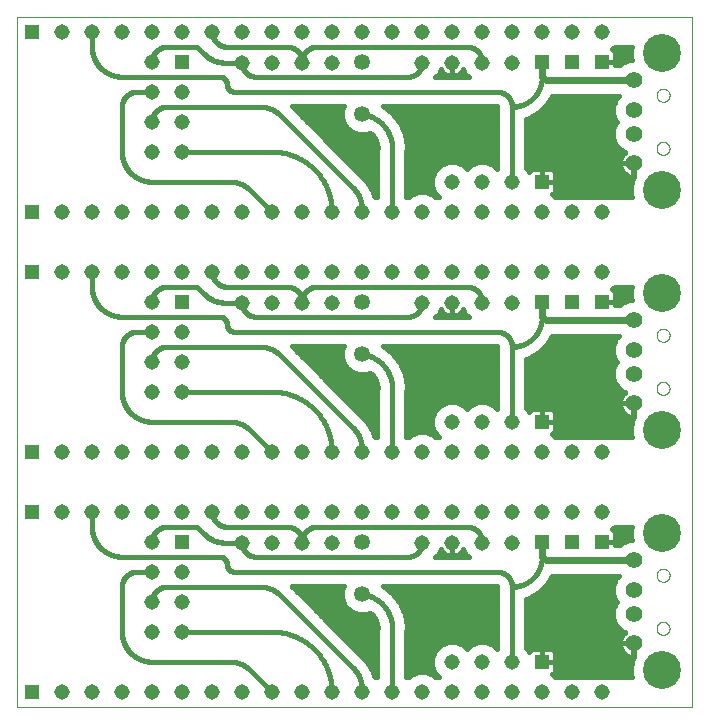
<source format=gtl>
G75*
%MOIN*%
%OFA0B0*%
%FSLAX25Y25*%
%IPPOS*%
%LPD*%
%AMOC8*
5,1,8,0,0,1.08239X$1,22.5*
%
%ADD10C,0.00000*%
%ADD11R,0.05150X0.05150*%
%ADD12C,0.05150*%
%ADD13C,0.05600*%
%ADD14C,0.12661*%
%ADD15C,0.01600*%
%ADD16C,0.05315*%
%ADD17C,0.02400*%
D10*
X0001300Y0001250D02*
X0001300Y0231211D01*
X0226339Y0231250D01*
X0226300Y0001250D01*
X0001300Y0001250D01*
X0214529Y0027392D02*
X0214531Y0027485D01*
X0214537Y0027577D01*
X0214547Y0027669D01*
X0214561Y0027760D01*
X0214578Y0027851D01*
X0214600Y0027941D01*
X0214625Y0028030D01*
X0214654Y0028118D01*
X0214687Y0028204D01*
X0214724Y0028289D01*
X0214764Y0028373D01*
X0214808Y0028454D01*
X0214855Y0028534D01*
X0214905Y0028612D01*
X0214959Y0028687D01*
X0215016Y0028760D01*
X0215076Y0028830D01*
X0215139Y0028898D01*
X0215205Y0028963D01*
X0215273Y0029025D01*
X0215344Y0029085D01*
X0215418Y0029141D01*
X0215494Y0029194D01*
X0215572Y0029243D01*
X0215652Y0029290D01*
X0215734Y0029332D01*
X0215818Y0029372D01*
X0215903Y0029407D01*
X0215990Y0029439D01*
X0216078Y0029468D01*
X0216167Y0029492D01*
X0216257Y0029513D01*
X0216348Y0029529D01*
X0216440Y0029542D01*
X0216532Y0029551D01*
X0216625Y0029556D01*
X0216717Y0029557D01*
X0216810Y0029554D01*
X0216902Y0029547D01*
X0216994Y0029536D01*
X0217085Y0029521D01*
X0217176Y0029503D01*
X0217266Y0029480D01*
X0217354Y0029454D01*
X0217442Y0029424D01*
X0217528Y0029390D01*
X0217612Y0029353D01*
X0217695Y0029311D01*
X0217776Y0029267D01*
X0217856Y0029219D01*
X0217933Y0029168D01*
X0218007Y0029113D01*
X0218080Y0029055D01*
X0218150Y0028995D01*
X0218217Y0028931D01*
X0218281Y0028865D01*
X0218343Y0028795D01*
X0218401Y0028724D01*
X0218456Y0028650D01*
X0218508Y0028573D01*
X0218557Y0028494D01*
X0218603Y0028414D01*
X0218645Y0028331D01*
X0218683Y0028247D01*
X0218718Y0028161D01*
X0218749Y0028074D01*
X0218776Y0027986D01*
X0218799Y0027896D01*
X0218819Y0027806D01*
X0218835Y0027715D01*
X0218847Y0027623D01*
X0218855Y0027531D01*
X0218859Y0027438D01*
X0218859Y0027346D01*
X0218855Y0027253D01*
X0218847Y0027161D01*
X0218835Y0027069D01*
X0218819Y0026978D01*
X0218799Y0026888D01*
X0218776Y0026798D01*
X0218749Y0026710D01*
X0218718Y0026623D01*
X0218683Y0026537D01*
X0218645Y0026453D01*
X0218603Y0026370D01*
X0218557Y0026290D01*
X0218508Y0026211D01*
X0218456Y0026134D01*
X0218401Y0026060D01*
X0218343Y0025989D01*
X0218281Y0025919D01*
X0218217Y0025853D01*
X0218150Y0025789D01*
X0218080Y0025729D01*
X0218007Y0025671D01*
X0217933Y0025616D01*
X0217856Y0025565D01*
X0217777Y0025517D01*
X0217695Y0025473D01*
X0217612Y0025431D01*
X0217528Y0025394D01*
X0217442Y0025360D01*
X0217354Y0025330D01*
X0217266Y0025304D01*
X0217176Y0025281D01*
X0217085Y0025263D01*
X0216994Y0025248D01*
X0216902Y0025237D01*
X0216810Y0025230D01*
X0216717Y0025227D01*
X0216625Y0025228D01*
X0216532Y0025233D01*
X0216440Y0025242D01*
X0216348Y0025255D01*
X0216257Y0025271D01*
X0216167Y0025292D01*
X0216078Y0025316D01*
X0215990Y0025345D01*
X0215903Y0025377D01*
X0215818Y0025412D01*
X0215734Y0025452D01*
X0215652Y0025494D01*
X0215572Y0025541D01*
X0215494Y0025590D01*
X0215418Y0025643D01*
X0215344Y0025699D01*
X0215273Y0025759D01*
X0215205Y0025821D01*
X0215139Y0025886D01*
X0215076Y0025954D01*
X0215016Y0026024D01*
X0214959Y0026097D01*
X0214905Y0026172D01*
X0214855Y0026250D01*
X0214808Y0026330D01*
X0214764Y0026411D01*
X0214724Y0026495D01*
X0214687Y0026580D01*
X0214654Y0026666D01*
X0214625Y0026754D01*
X0214600Y0026843D01*
X0214578Y0026933D01*
X0214561Y0027024D01*
X0214547Y0027115D01*
X0214537Y0027207D01*
X0214531Y0027299D01*
X0214529Y0027392D01*
X0214529Y0045108D02*
X0214531Y0045201D01*
X0214537Y0045293D01*
X0214547Y0045385D01*
X0214561Y0045476D01*
X0214578Y0045567D01*
X0214600Y0045657D01*
X0214625Y0045746D01*
X0214654Y0045834D01*
X0214687Y0045920D01*
X0214724Y0046005D01*
X0214764Y0046089D01*
X0214808Y0046170D01*
X0214855Y0046250D01*
X0214905Y0046328D01*
X0214959Y0046403D01*
X0215016Y0046476D01*
X0215076Y0046546D01*
X0215139Y0046614D01*
X0215205Y0046679D01*
X0215273Y0046741D01*
X0215344Y0046801D01*
X0215418Y0046857D01*
X0215494Y0046910D01*
X0215572Y0046959D01*
X0215652Y0047006D01*
X0215734Y0047048D01*
X0215818Y0047088D01*
X0215903Y0047123D01*
X0215990Y0047155D01*
X0216078Y0047184D01*
X0216167Y0047208D01*
X0216257Y0047229D01*
X0216348Y0047245D01*
X0216440Y0047258D01*
X0216532Y0047267D01*
X0216625Y0047272D01*
X0216717Y0047273D01*
X0216810Y0047270D01*
X0216902Y0047263D01*
X0216994Y0047252D01*
X0217085Y0047237D01*
X0217176Y0047219D01*
X0217266Y0047196D01*
X0217354Y0047170D01*
X0217442Y0047140D01*
X0217528Y0047106D01*
X0217612Y0047069D01*
X0217695Y0047027D01*
X0217776Y0046983D01*
X0217856Y0046935D01*
X0217933Y0046884D01*
X0218007Y0046829D01*
X0218080Y0046771D01*
X0218150Y0046711D01*
X0218217Y0046647D01*
X0218281Y0046581D01*
X0218343Y0046511D01*
X0218401Y0046440D01*
X0218456Y0046366D01*
X0218508Y0046289D01*
X0218557Y0046210D01*
X0218603Y0046130D01*
X0218645Y0046047D01*
X0218683Y0045963D01*
X0218718Y0045877D01*
X0218749Y0045790D01*
X0218776Y0045702D01*
X0218799Y0045612D01*
X0218819Y0045522D01*
X0218835Y0045431D01*
X0218847Y0045339D01*
X0218855Y0045247D01*
X0218859Y0045154D01*
X0218859Y0045062D01*
X0218855Y0044969D01*
X0218847Y0044877D01*
X0218835Y0044785D01*
X0218819Y0044694D01*
X0218799Y0044604D01*
X0218776Y0044514D01*
X0218749Y0044426D01*
X0218718Y0044339D01*
X0218683Y0044253D01*
X0218645Y0044169D01*
X0218603Y0044086D01*
X0218557Y0044006D01*
X0218508Y0043927D01*
X0218456Y0043850D01*
X0218401Y0043776D01*
X0218343Y0043705D01*
X0218281Y0043635D01*
X0218217Y0043569D01*
X0218150Y0043505D01*
X0218080Y0043445D01*
X0218007Y0043387D01*
X0217933Y0043332D01*
X0217856Y0043281D01*
X0217777Y0043233D01*
X0217695Y0043189D01*
X0217612Y0043147D01*
X0217528Y0043110D01*
X0217442Y0043076D01*
X0217354Y0043046D01*
X0217266Y0043020D01*
X0217176Y0042997D01*
X0217085Y0042979D01*
X0216994Y0042964D01*
X0216902Y0042953D01*
X0216810Y0042946D01*
X0216717Y0042943D01*
X0216625Y0042944D01*
X0216532Y0042949D01*
X0216440Y0042958D01*
X0216348Y0042971D01*
X0216257Y0042987D01*
X0216167Y0043008D01*
X0216078Y0043032D01*
X0215990Y0043061D01*
X0215903Y0043093D01*
X0215818Y0043128D01*
X0215734Y0043168D01*
X0215652Y0043210D01*
X0215572Y0043257D01*
X0215494Y0043306D01*
X0215418Y0043359D01*
X0215344Y0043415D01*
X0215273Y0043475D01*
X0215205Y0043537D01*
X0215139Y0043602D01*
X0215076Y0043670D01*
X0215016Y0043740D01*
X0214959Y0043813D01*
X0214905Y0043888D01*
X0214855Y0043966D01*
X0214808Y0044046D01*
X0214764Y0044127D01*
X0214724Y0044211D01*
X0214687Y0044296D01*
X0214654Y0044382D01*
X0214625Y0044470D01*
X0214600Y0044559D01*
X0214578Y0044649D01*
X0214561Y0044740D01*
X0214547Y0044831D01*
X0214537Y0044923D01*
X0214531Y0045015D01*
X0214529Y0045108D01*
X0214529Y0107392D02*
X0214531Y0107485D01*
X0214537Y0107577D01*
X0214547Y0107669D01*
X0214561Y0107760D01*
X0214578Y0107851D01*
X0214600Y0107941D01*
X0214625Y0108030D01*
X0214654Y0108118D01*
X0214687Y0108204D01*
X0214724Y0108289D01*
X0214764Y0108373D01*
X0214808Y0108454D01*
X0214855Y0108534D01*
X0214905Y0108612D01*
X0214959Y0108687D01*
X0215016Y0108760D01*
X0215076Y0108830D01*
X0215139Y0108898D01*
X0215205Y0108963D01*
X0215273Y0109025D01*
X0215344Y0109085D01*
X0215418Y0109141D01*
X0215494Y0109194D01*
X0215572Y0109243D01*
X0215652Y0109290D01*
X0215734Y0109332D01*
X0215818Y0109372D01*
X0215903Y0109407D01*
X0215990Y0109439D01*
X0216078Y0109468D01*
X0216167Y0109492D01*
X0216257Y0109513D01*
X0216348Y0109529D01*
X0216440Y0109542D01*
X0216532Y0109551D01*
X0216625Y0109556D01*
X0216717Y0109557D01*
X0216810Y0109554D01*
X0216902Y0109547D01*
X0216994Y0109536D01*
X0217085Y0109521D01*
X0217176Y0109503D01*
X0217266Y0109480D01*
X0217354Y0109454D01*
X0217442Y0109424D01*
X0217528Y0109390D01*
X0217612Y0109353D01*
X0217695Y0109311D01*
X0217776Y0109267D01*
X0217856Y0109219D01*
X0217933Y0109168D01*
X0218007Y0109113D01*
X0218080Y0109055D01*
X0218150Y0108995D01*
X0218217Y0108931D01*
X0218281Y0108865D01*
X0218343Y0108795D01*
X0218401Y0108724D01*
X0218456Y0108650D01*
X0218508Y0108573D01*
X0218557Y0108494D01*
X0218603Y0108414D01*
X0218645Y0108331D01*
X0218683Y0108247D01*
X0218718Y0108161D01*
X0218749Y0108074D01*
X0218776Y0107986D01*
X0218799Y0107896D01*
X0218819Y0107806D01*
X0218835Y0107715D01*
X0218847Y0107623D01*
X0218855Y0107531D01*
X0218859Y0107438D01*
X0218859Y0107346D01*
X0218855Y0107253D01*
X0218847Y0107161D01*
X0218835Y0107069D01*
X0218819Y0106978D01*
X0218799Y0106888D01*
X0218776Y0106798D01*
X0218749Y0106710D01*
X0218718Y0106623D01*
X0218683Y0106537D01*
X0218645Y0106453D01*
X0218603Y0106370D01*
X0218557Y0106290D01*
X0218508Y0106211D01*
X0218456Y0106134D01*
X0218401Y0106060D01*
X0218343Y0105989D01*
X0218281Y0105919D01*
X0218217Y0105853D01*
X0218150Y0105789D01*
X0218080Y0105729D01*
X0218007Y0105671D01*
X0217933Y0105616D01*
X0217856Y0105565D01*
X0217777Y0105517D01*
X0217695Y0105473D01*
X0217612Y0105431D01*
X0217528Y0105394D01*
X0217442Y0105360D01*
X0217354Y0105330D01*
X0217266Y0105304D01*
X0217176Y0105281D01*
X0217085Y0105263D01*
X0216994Y0105248D01*
X0216902Y0105237D01*
X0216810Y0105230D01*
X0216717Y0105227D01*
X0216625Y0105228D01*
X0216532Y0105233D01*
X0216440Y0105242D01*
X0216348Y0105255D01*
X0216257Y0105271D01*
X0216167Y0105292D01*
X0216078Y0105316D01*
X0215990Y0105345D01*
X0215903Y0105377D01*
X0215818Y0105412D01*
X0215734Y0105452D01*
X0215652Y0105494D01*
X0215572Y0105541D01*
X0215494Y0105590D01*
X0215418Y0105643D01*
X0215344Y0105699D01*
X0215273Y0105759D01*
X0215205Y0105821D01*
X0215139Y0105886D01*
X0215076Y0105954D01*
X0215016Y0106024D01*
X0214959Y0106097D01*
X0214905Y0106172D01*
X0214855Y0106250D01*
X0214808Y0106330D01*
X0214764Y0106411D01*
X0214724Y0106495D01*
X0214687Y0106580D01*
X0214654Y0106666D01*
X0214625Y0106754D01*
X0214600Y0106843D01*
X0214578Y0106933D01*
X0214561Y0107024D01*
X0214547Y0107115D01*
X0214537Y0107207D01*
X0214531Y0107299D01*
X0214529Y0107392D01*
X0214529Y0125108D02*
X0214531Y0125201D01*
X0214537Y0125293D01*
X0214547Y0125385D01*
X0214561Y0125476D01*
X0214578Y0125567D01*
X0214600Y0125657D01*
X0214625Y0125746D01*
X0214654Y0125834D01*
X0214687Y0125920D01*
X0214724Y0126005D01*
X0214764Y0126089D01*
X0214808Y0126170D01*
X0214855Y0126250D01*
X0214905Y0126328D01*
X0214959Y0126403D01*
X0215016Y0126476D01*
X0215076Y0126546D01*
X0215139Y0126614D01*
X0215205Y0126679D01*
X0215273Y0126741D01*
X0215344Y0126801D01*
X0215418Y0126857D01*
X0215494Y0126910D01*
X0215572Y0126959D01*
X0215652Y0127006D01*
X0215734Y0127048D01*
X0215818Y0127088D01*
X0215903Y0127123D01*
X0215990Y0127155D01*
X0216078Y0127184D01*
X0216167Y0127208D01*
X0216257Y0127229D01*
X0216348Y0127245D01*
X0216440Y0127258D01*
X0216532Y0127267D01*
X0216625Y0127272D01*
X0216717Y0127273D01*
X0216810Y0127270D01*
X0216902Y0127263D01*
X0216994Y0127252D01*
X0217085Y0127237D01*
X0217176Y0127219D01*
X0217266Y0127196D01*
X0217354Y0127170D01*
X0217442Y0127140D01*
X0217528Y0127106D01*
X0217612Y0127069D01*
X0217695Y0127027D01*
X0217776Y0126983D01*
X0217856Y0126935D01*
X0217933Y0126884D01*
X0218007Y0126829D01*
X0218080Y0126771D01*
X0218150Y0126711D01*
X0218217Y0126647D01*
X0218281Y0126581D01*
X0218343Y0126511D01*
X0218401Y0126440D01*
X0218456Y0126366D01*
X0218508Y0126289D01*
X0218557Y0126210D01*
X0218603Y0126130D01*
X0218645Y0126047D01*
X0218683Y0125963D01*
X0218718Y0125877D01*
X0218749Y0125790D01*
X0218776Y0125702D01*
X0218799Y0125612D01*
X0218819Y0125522D01*
X0218835Y0125431D01*
X0218847Y0125339D01*
X0218855Y0125247D01*
X0218859Y0125154D01*
X0218859Y0125062D01*
X0218855Y0124969D01*
X0218847Y0124877D01*
X0218835Y0124785D01*
X0218819Y0124694D01*
X0218799Y0124604D01*
X0218776Y0124514D01*
X0218749Y0124426D01*
X0218718Y0124339D01*
X0218683Y0124253D01*
X0218645Y0124169D01*
X0218603Y0124086D01*
X0218557Y0124006D01*
X0218508Y0123927D01*
X0218456Y0123850D01*
X0218401Y0123776D01*
X0218343Y0123705D01*
X0218281Y0123635D01*
X0218217Y0123569D01*
X0218150Y0123505D01*
X0218080Y0123445D01*
X0218007Y0123387D01*
X0217933Y0123332D01*
X0217856Y0123281D01*
X0217777Y0123233D01*
X0217695Y0123189D01*
X0217612Y0123147D01*
X0217528Y0123110D01*
X0217442Y0123076D01*
X0217354Y0123046D01*
X0217266Y0123020D01*
X0217176Y0122997D01*
X0217085Y0122979D01*
X0216994Y0122964D01*
X0216902Y0122953D01*
X0216810Y0122946D01*
X0216717Y0122943D01*
X0216625Y0122944D01*
X0216532Y0122949D01*
X0216440Y0122958D01*
X0216348Y0122971D01*
X0216257Y0122987D01*
X0216167Y0123008D01*
X0216078Y0123032D01*
X0215990Y0123061D01*
X0215903Y0123093D01*
X0215818Y0123128D01*
X0215734Y0123168D01*
X0215652Y0123210D01*
X0215572Y0123257D01*
X0215494Y0123306D01*
X0215418Y0123359D01*
X0215344Y0123415D01*
X0215273Y0123475D01*
X0215205Y0123537D01*
X0215139Y0123602D01*
X0215076Y0123670D01*
X0215016Y0123740D01*
X0214959Y0123813D01*
X0214905Y0123888D01*
X0214855Y0123966D01*
X0214808Y0124046D01*
X0214764Y0124127D01*
X0214724Y0124211D01*
X0214687Y0124296D01*
X0214654Y0124382D01*
X0214625Y0124470D01*
X0214600Y0124559D01*
X0214578Y0124649D01*
X0214561Y0124740D01*
X0214547Y0124831D01*
X0214537Y0124923D01*
X0214531Y0125015D01*
X0214529Y0125108D01*
X0214529Y0187392D02*
X0214531Y0187485D01*
X0214537Y0187577D01*
X0214547Y0187669D01*
X0214561Y0187760D01*
X0214578Y0187851D01*
X0214600Y0187941D01*
X0214625Y0188030D01*
X0214654Y0188118D01*
X0214687Y0188204D01*
X0214724Y0188289D01*
X0214764Y0188373D01*
X0214808Y0188454D01*
X0214855Y0188534D01*
X0214905Y0188612D01*
X0214959Y0188687D01*
X0215016Y0188760D01*
X0215076Y0188830D01*
X0215139Y0188898D01*
X0215205Y0188963D01*
X0215273Y0189025D01*
X0215344Y0189085D01*
X0215418Y0189141D01*
X0215494Y0189194D01*
X0215572Y0189243D01*
X0215652Y0189290D01*
X0215734Y0189332D01*
X0215818Y0189372D01*
X0215903Y0189407D01*
X0215990Y0189439D01*
X0216078Y0189468D01*
X0216167Y0189492D01*
X0216257Y0189513D01*
X0216348Y0189529D01*
X0216440Y0189542D01*
X0216532Y0189551D01*
X0216625Y0189556D01*
X0216717Y0189557D01*
X0216810Y0189554D01*
X0216902Y0189547D01*
X0216994Y0189536D01*
X0217085Y0189521D01*
X0217176Y0189503D01*
X0217266Y0189480D01*
X0217354Y0189454D01*
X0217442Y0189424D01*
X0217528Y0189390D01*
X0217612Y0189353D01*
X0217695Y0189311D01*
X0217776Y0189267D01*
X0217856Y0189219D01*
X0217933Y0189168D01*
X0218007Y0189113D01*
X0218080Y0189055D01*
X0218150Y0188995D01*
X0218217Y0188931D01*
X0218281Y0188865D01*
X0218343Y0188795D01*
X0218401Y0188724D01*
X0218456Y0188650D01*
X0218508Y0188573D01*
X0218557Y0188494D01*
X0218603Y0188414D01*
X0218645Y0188331D01*
X0218683Y0188247D01*
X0218718Y0188161D01*
X0218749Y0188074D01*
X0218776Y0187986D01*
X0218799Y0187896D01*
X0218819Y0187806D01*
X0218835Y0187715D01*
X0218847Y0187623D01*
X0218855Y0187531D01*
X0218859Y0187438D01*
X0218859Y0187346D01*
X0218855Y0187253D01*
X0218847Y0187161D01*
X0218835Y0187069D01*
X0218819Y0186978D01*
X0218799Y0186888D01*
X0218776Y0186798D01*
X0218749Y0186710D01*
X0218718Y0186623D01*
X0218683Y0186537D01*
X0218645Y0186453D01*
X0218603Y0186370D01*
X0218557Y0186290D01*
X0218508Y0186211D01*
X0218456Y0186134D01*
X0218401Y0186060D01*
X0218343Y0185989D01*
X0218281Y0185919D01*
X0218217Y0185853D01*
X0218150Y0185789D01*
X0218080Y0185729D01*
X0218007Y0185671D01*
X0217933Y0185616D01*
X0217856Y0185565D01*
X0217777Y0185517D01*
X0217695Y0185473D01*
X0217612Y0185431D01*
X0217528Y0185394D01*
X0217442Y0185360D01*
X0217354Y0185330D01*
X0217266Y0185304D01*
X0217176Y0185281D01*
X0217085Y0185263D01*
X0216994Y0185248D01*
X0216902Y0185237D01*
X0216810Y0185230D01*
X0216717Y0185227D01*
X0216625Y0185228D01*
X0216532Y0185233D01*
X0216440Y0185242D01*
X0216348Y0185255D01*
X0216257Y0185271D01*
X0216167Y0185292D01*
X0216078Y0185316D01*
X0215990Y0185345D01*
X0215903Y0185377D01*
X0215818Y0185412D01*
X0215734Y0185452D01*
X0215652Y0185494D01*
X0215572Y0185541D01*
X0215494Y0185590D01*
X0215418Y0185643D01*
X0215344Y0185699D01*
X0215273Y0185759D01*
X0215205Y0185821D01*
X0215139Y0185886D01*
X0215076Y0185954D01*
X0215016Y0186024D01*
X0214959Y0186097D01*
X0214905Y0186172D01*
X0214855Y0186250D01*
X0214808Y0186330D01*
X0214764Y0186411D01*
X0214724Y0186495D01*
X0214687Y0186580D01*
X0214654Y0186666D01*
X0214625Y0186754D01*
X0214600Y0186843D01*
X0214578Y0186933D01*
X0214561Y0187024D01*
X0214547Y0187115D01*
X0214537Y0187207D01*
X0214531Y0187299D01*
X0214529Y0187392D01*
X0214529Y0205108D02*
X0214531Y0205201D01*
X0214537Y0205293D01*
X0214547Y0205385D01*
X0214561Y0205476D01*
X0214578Y0205567D01*
X0214600Y0205657D01*
X0214625Y0205746D01*
X0214654Y0205834D01*
X0214687Y0205920D01*
X0214724Y0206005D01*
X0214764Y0206089D01*
X0214808Y0206170D01*
X0214855Y0206250D01*
X0214905Y0206328D01*
X0214959Y0206403D01*
X0215016Y0206476D01*
X0215076Y0206546D01*
X0215139Y0206614D01*
X0215205Y0206679D01*
X0215273Y0206741D01*
X0215344Y0206801D01*
X0215418Y0206857D01*
X0215494Y0206910D01*
X0215572Y0206959D01*
X0215652Y0207006D01*
X0215734Y0207048D01*
X0215818Y0207088D01*
X0215903Y0207123D01*
X0215990Y0207155D01*
X0216078Y0207184D01*
X0216167Y0207208D01*
X0216257Y0207229D01*
X0216348Y0207245D01*
X0216440Y0207258D01*
X0216532Y0207267D01*
X0216625Y0207272D01*
X0216717Y0207273D01*
X0216810Y0207270D01*
X0216902Y0207263D01*
X0216994Y0207252D01*
X0217085Y0207237D01*
X0217176Y0207219D01*
X0217266Y0207196D01*
X0217354Y0207170D01*
X0217442Y0207140D01*
X0217528Y0207106D01*
X0217612Y0207069D01*
X0217695Y0207027D01*
X0217776Y0206983D01*
X0217856Y0206935D01*
X0217933Y0206884D01*
X0218007Y0206829D01*
X0218080Y0206771D01*
X0218150Y0206711D01*
X0218217Y0206647D01*
X0218281Y0206581D01*
X0218343Y0206511D01*
X0218401Y0206440D01*
X0218456Y0206366D01*
X0218508Y0206289D01*
X0218557Y0206210D01*
X0218603Y0206130D01*
X0218645Y0206047D01*
X0218683Y0205963D01*
X0218718Y0205877D01*
X0218749Y0205790D01*
X0218776Y0205702D01*
X0218799Y0205612D01*
X0218819Y0205522D01*
X0218835Y0205431D01*
X0218847Y0205339D01*
X0218855Y0205247D01*
X0218859Y0205154D01*
X0218859Y0205062D01*
X0218855Y0204969D01*
X0218847Y0204877D01*
X0218835Y0204785D01*
X0218819Y0204694D01*
X0218799Y0204604D01*
X0218776Y0204514D01*
X0218749Y0204426D01*
X0218718Y0204339D01*
X0218683Y0204253D01*
X0218645Y0204169D01*
X0218603Y0204086D01*
X0218557Y0204006D01*
X0218508Y0203927D01*
X0218456Y0203850D01*
X0218401Y0203776D01*
X0218343Y0203705D01*
X0218281Y0203635D01*
X0218217Y0203569D01*
X0218150Y0203505D01*
X0218080Y0203445D01*
X0218007Y0203387D01*
X0217933Y0203332D01*
X0217856Y0203281D01*
X0217777Y0203233D01*
X0217695Y0203189D01*
X0217612Y0203147D01*
X0217528Y0203110D01*
X0217442Y0203076D01*
X0217354Y0203046D01*
X0217266Y0203020D01*
X0217176Y0202997D01*
X0217085Y0202979D01*
X0216994Y0202964D01*
X0216902Y0202953D01*
X0216810Y0202946D01*
X0216717Y0202943D01*
X0216625Y0202944D01*
X0216532Y0202949D01*
X0216440Y0202958D01*
X0216348Y0202971D01*
X0216257Y0202987D01*
X0216167Y0203008D01*
X0216078Y0203032D01*
X0215990Y0203061D01*
X0215903Y0203093D01*
X0215818Y0203128D01*
X0215734Y0203168D01*
X0215652Y0203210D01*
X0215572Y0203257D01*
X0215494Y0203306D01*
X0215418Y0203359D01*
X0215344Y0203415D01*
X0215273Y0203475D01*
X0215205Y0203537D01*
X0215139Y0203602D01*
X0215076Y0203670D01*
X0215016Y0203740D01*
X0214959Y0203813D01*
X0214905Y0203888D01*
X0214855Y0203966D01*
X0214808Y0204046D01*
X0214764Y0204127D01*
X0214724Y0204211D01*
X0214687Y0204296D01*
X0214654Y0204382D01*
X0214625Y0204470D01*
X0214600Y0204559D01*
X0214578Y0204649D01*
X0214561Y0204740D01*
X0214547Y0204831D01*
X0214537Y0204923D01*
X0214531Y0205015D01*
X0214529Y0205108D01*
D11*
X0196300Y0216250D03*
X0186300Y0216250D03*
X0176300Y0216250D03*
X0176300Y0176250D03*
X0176300Y0136250D03*
X0186300Y0136250D03*
X0196300Y0136250D03*
X0176300Y0096250D03*
X0176300Y0056250D03*
X0186300Y0056250D03*
X0196300Y0056250D03*
X0176300Y0016250D03*
X0056300Y0056250D03*
X0006300Y0066250D03*
X0006300Y0086250D03*
X0056300Y0136250D03*
X0006300Y0146250D03*
X0006300Y0166250D03*
X0056300Y0216250D03*
X0006300Y0226250D03*
X0006300Y0006250D03*
D12*
X0016300Y0006250D03*
X0026300Y0006250D03*
X0036300Y0006250D03*
X0046300Y0006250D03*
X0056300Y0006250D03*
X0066300Y0006250D03*
X0076300Y0006250D03*
X0086300Y0006250D03*
X0096300Y0006250D03*
X0106300Y0006250D03*
X0116300Y0006250D03*
X0126300Y0006250D03*
X0136300Y0006250D03*
X0146300Y0006250D03*
X0146300Y0016250D03*
X0156300Y0016250D03*
X0166300Y0016250D03*
X0166300Y0006250D03*
X0156300Y0006250D03*
X0176300Y0006250D03*
X0186300Y0006250D03*
X0196300Y0006250D03*
X0166300Y0055935D03*
X0156300Y0055935D03*
X0146300Y0055935D03*
X0136300Y0055935D03*
X0136300Y0066250D03*
X0146300Y0066250D03*
X0156300Y0066250D03*
X0166300Y0066250D03*
X0176300Y0066250D03*
X0186300Y0066250D03*
X0196300Y0066250D03*
X0196300Y0086250D03*
X0186300Y0086250D03*
X0176300Y0086250D03*
X0166300Y0086250D03*
X0156300Y0086250D03*
X0156300Y0096250D03*
X0166300Y0096250D03*
X0146300Y0096250D03*
X0146300Y0086250D03*
X0136300Y0086250D03*
X0126300Y0086250D03*
X0116300Y0086250D03*
X0106300Y0086250D03*
X0096300Y0086250D03*
X0086300Y0086250D03*
X0076300Y0086250D03*
X0066300Y0086250D03*
X0056300Y0086250D03*
X0046300Y0086250D03*
X0036300Y0086250D03*
X0026300Y0086250D03*
X0016300Y0086250D03*
X0016300Y0066250D03*
X0026300Y0066250D03*
X0036300Y0066250D03*
X0046300Y0066250D03*
X0056300Y0066250D03*
X0066300Y0066250D03*
X0076300Y0066250D03*
X0086300Y0066250D03*
X0096300Y0066250D03*
X0106300Y0066250D03*
X0116300Y0066250D03*
X0126300Y0066250D03*
X0106300Y0055935D03*
X0096300Y0055935D03*
X0086300Y0055935D03*
X0076300Y0055935D03*
X0056300Y0046250D03*
X0046300Y0046250D03*
X0046300Y0036250D03*
X0056300Y0036250D03*
X0056300Y0026250D03*
X0046300Y0026250D03*
X0046300Y0056250D03*
X0046300Y0106250D03*
X0056300Y0106250D03*
X0056300Y0116250D03*
X0046300Y0116250D03*
X0046300Y0126250D03*
X0056300Y0126250D03*
X0046300Y0136250D03*
X0046300Y0146250D03*
X0056300Y0146250D03*
X0066300Y0146250D03*
X0076300Y0146250D03*
X0086300Y0146250D03*
X0096300Y0146250D03*
X0106300Y0146250D03*
X0116300Y0146250D03*
X0126300Y0146250D03*
X0136300Y0146250D03*
X0146300Y0146250D03*
X0156300Y0146250D03*
X0166300Y0146250D03*
X0176300Y0146250D03*
X0186300Y0146250D03*
X0196300Y0146250D03*
X0196300Y0166250D03*
X0186300Y0166250D03*
X0176300Y0166250D03*
X0166300Y0166250D03*
X0156300Y0166250D03*
X0156300Y0176250D03*
X0166300Y0176250D03*
X0146300Y0176250D03*
X0146300Y0166250D03*
X0136300Y0166250D03*
X0126300Y0166250D03*
X0116300Y0166250D03*
X0106300Y0166250D03*
X0096300Y0166250D03*
X0086300Y0166250D03*
X0076300Y0166250D03*
X0066300Y0166250D03*
X0056300Y0166250D03*
X0046300Y0166250D03*
X0036300Y0166250D03*
X0026300Y0166250D03*
X0016300Y0166250D03*
X0016300Y0146250D03*
X0026300Y0146250D03*
X0036300Y0146250D03*
X0076300Y0135935D03*
X0086300Y0135935D03*
X0096300Y0135935D03*
X0106300Y0135935D03*
X0136300Y0135935D03*
X0146300Y0135935D03*
X0156300Y0135935D03*
X0166300Y0135935D03*
X0166300Y0215935D03*
X0156300Y0215935D03*
X0146300Y0215935D03*
X0136300Y0215935D03*
X0136300Y0226250D03*
X0146300Y0226250D03*
X0156300Y0226250D03*
X0166300Y0226250D03*
X0176300Y0226250D03*
X0186300Y0226250D03*
X0196300Y0226250D03*
X0126300Y0226250D03*
X0116300Y0226250D03*
X0106300Y0226250D03*
X0096300Y0226250D03*
X0086300Y0226250D03*
X0076300Y0226250D03*
X0066300Y0226250D03*
X0056300Y0226250D03*
X0046300Y0226250D03*
X0046300Y0216250D03*
X0036300Y0226250D03*
X0026300Y0226250D03*
X0016300Y0226250D03*
X0046300Y0206250D03*
X0056300Y0206250D03*
X0056300Y0196250D03*
X0046300Y0196250D03*
X0046300Y0186250D03*
X0056300Y0186250D03*
X0076300Y0215935D03*
X0086300Y0215935D03*
X0096300Y0215935D03*
X0106300Y0215935D03*
D13*
X0206851Y0210030D03*
X0206851Y0200187D03*
X0206851Y0192313D03*
X0206851Y0182470D03*
X0206851Y0130030D03*
X0206851Y0120187D03*
X0206851Y0112313D03*
X0206851Y0102470D03*
X0206851Y0050030D03*
X0206851Y0040187D03*
X0206851Y0032313D03*
X0206851Y0022470D03*
D14*
X0216300Y0013415D03*
X0216300Y0059085D03*
X0216300Y0093415D03*
X0216300Y0139085D03*
X0216300Y0173415D03*
X0216300Y0219085D03*
D15*
X0206209Y0216830D02*
X0205499Y0216830D01*
X0202999Y0215794D01*
X0202435Y0215230D01*
X0200675Y0215230D01*
X0200675Y0216250D01*
X0200675Y0219062D01*
X0200552Y0219520D01*
X0200315Y0219930D01*
X0199980Y0220265D01*
X0199584Y0220494D01*
X0200024Y0220676D01*
X0200598Y0221250D01*
X0206185Y0221250D01*
X0205969Y0220445D01*
X0205969Y0217725D01*
X0206209Y0216830D01*
X0206150Y0217049D02*
X0200675Y0217049D01*
X0200675Y0216250D02*
X0196300Y0216250D01*
X0196300Y0216250D01*
X0200675Y0216250D01*
X0200675Y0215451D02*
X0202656Y0215451D01*
X0200675Y0218648D02*
X0205969Y0218648D01*
X0205969Y0220246D02*
X0199999Y0220246D01*
X0201877Y0204830D02*
X0201086Y0204039D01*
X0200051Y0201540D01*
X0200051Y0198834D01*
X0201086Y0196335D01*
X0201172Y0196250D01*
X0201086Y0196165D01*
X0200051Y0193666D01*
X0200051Y0190960D01*
X0201086Y0188461D01*
X0202999Y0186548D01*
X0204043Y0186116D01*
X0203854Y0185979D01*
X0203342Y0185467D01*
X0202917Y0184881D01*
X0202588Y0184236D01*
X0202364Y0183548D01*
X0202251Y0182833D01*
X0202251Y0182570D01*
X0206751Y0182570D01*
X0206751Y0182370D01*
X0206951Y0182370D01*
X0206951Y0177884D01*
X0206673Y0177403D01*
X0205969Y0174775D01*
X0205969Y0172055D01*
X0206185Y0171250D01*
X0180598Y0171250D01*
X0180024Y0171824D01*
X0179584Y0172006D01*
X0179980Y0172235D01*
X0180315Y0172570D01*
X0180552Y0172980D01*
X0180675Y0173438D01*
X0180675Y0176250D01*
X0180675Y0179062D01*
X0180552Y0179520D01*
X0180315Y0179930D01*
X0179980Y0180265D01*
X0179570Y0180502D01*
X0179112Y0180625D01*
X0176300Y0180625D01*
X0173488Y0180625D01*
X0173030Y0180502D01*
X0172620Y0180265D01*
X0172285Y0179930D01*
X0172056Y0179534D01*
X0171874Y0179974D01*
X0171100Y0180748D01*
X0171100Y0197214D01*
X0172013Y0197459D01*
X0175387Y0199407D01*
X0175387Y0199407D01*
X0178143Y0202163D01*
X0179683Y0204830D01*
X0201877Y0204830D01*
X0201308Y0204261D02*
X0179354Y0204261D01*
X0178432Y0202662D02*
X0200516Y0202662D01*
X0200051Y0201064D02*
X0177044Y0201064D01*
X0178143Y0202163D02*
X0178143Y0202163D01*
X0175446Y0199465D02*
X0200051Y0199465D01*
X0200452Y0197867D02*
X0172720Y0197867D01*
X0172013Y0197459D02*
X0172013Y0197459D01*
X0171100Y0196268D02*
X0201153Y0196268D01*
X0200467Y0194670D02*
X0171100Y0194670D01*
X0171100Y0193071D02*
X0200051Y0193071D01*
X0200051Y0191473D02*
X0171100Y0191473D01*
X0171100Y0189874D02*
X0200501Y0189874D01*
X0201272Y0188276D02*
X0171100Y0188276D01*
X0171100Y0186677D02*
X0202870Y0186677D01*
X0203060Y0185079D02*
X0171100Y0185079D01*
X0171100Y0183480D02*
X0202354Y0183480D01*
X0202251Y0182370D02*
X0202251Y0182108D01*
X0202364Y0181393D01*
X0202588Y0180705D01*
X0202917Y0180060D01*
X0203342Y0179474D01*
X0203854Y0178962D01*
X0204440Y0178536D01*
X0205085Y0178207D01*
X0205774Y0177984D01*
X0206489Y0177870D01*
X0206751Y0177870D01*
X0206751Y0182370D01*
X0202251Y0182370D01*
X0202287Y0181882D02*
X0171100Y0181882D01*
X0171565Y0180283D02*
X0172651Y0180283D01*
X0176300Y0180283D02*
X0176300Y0180283D01*
X0176300Y0180625D02*
X0176300Y0176250D01*
X0176300Y0176250D01*
X0180675Y0176250D01*
X0176300Y0176250D01*
X0176300Y0176250D01*
X0176300Y0180625D01*
X0176300Y0178685D02*
X0176300Y0178685D01*
X0176300Y0177086D02*
X0176300Y0177086D01*
X0180675Y0177086D02*
X0206588Y0177086D01*
X0206751Y0178685D02*
X0206951Y0178685D01*
X0206951Y0180283D02*
X0206751Y0180283D01*
X0206751Y0181882D02*
X0206951Y0181882D01*
X0202803Y0180283D02*
X0179949Y0180283D01*
X0180675Y0178685D02*
X0204236Y0178685D01*
X0206160Y0175488D02*
X0180675Y0175488D01*
X0180675Y0173889D02*
X0205969Y0173889D01*
X0205969Y0172291D02*
X0180036Y0172291D01*
X0166300Y0176250D02*
X0166300Y0201250D01*
X0161500Y0201250D02*
X0161500Y0180748D01*
X0161300Y0180548D01*
X0160024Y0181824D01*
X0157608Y0182825D01*
X0154992Y0182825D01*
X0152576Y0181824D01*
X0151300Y0180548D01*
X0150024Y0181824D01*
X0147608Y0182825D01*
X0144992Y0182825D01*
X0142576Y0181824D01*
X0140726Y0179974D01*
X0139725Y0177558D01*
X0139725Y0174942D01*
X0140726Y0172526D01*
X0142002Y0171250D01*
X0140598Y0171250D01*
X0140024Y0171824D01*
X0137608Y0172825D01*
X0134992Y0172825D01*
X0132576Y0171824D01*
X0132002Y0171250D01*
X0131100Y0171250D01*
X0131100Y0185984D01*
X0131305Y0187829D01*
X0131305Y0187829D01*
X0130666Y0192025D01*
X0128963Y0195912D01*
X0128963Y0195912D01*
X0126311Y0199227D01*
X0123289Y0201450D01*
X0161300Y0201450D01*
X0161331Y0201448D01*
X0161391Y0201428D01*
X0161441Y0201391D01*
X0161478Y0201341D01*
X0161498Y0201281D01*
X0161500Y0201250D01*
X0161500Y0201064D02*
X0123814Y0201064D01*
X0125987Y0199465D02*
X0161500Y0199465D01*
X0161500Y0197867D02*
X0127399Y0197867D01*
X0126311Y0199227D02*
X0126311Y0199227D01*
X0126311Y0199227D01*
X0128678Y0196268D02*
X0161500Y0196268D01*
X0161500Y0194670D02*
X0129507Y0194670D01*
X0130207Y0193071D02*
X0161500Y0193071D01*
X0161500Y0191473D02*
X0130750Y0191473D01*
X0130666Y0192025D02*
X0130666Y0192025D01*
X0130993Y0189874D02*
X0161500Y0189874D01*
X0161500Y0188276D02*
X0131237Y0188276D01*
X0131177Y0186677D02*
X0161500Y0186677D01*
X0161500Y0185079D02*
X0131100Y0185079D01*
X0131100Y0183480D02*
X0161500Y0183480D01*
X0161500Y0181882D02*
X0159884Y0181882D01*
X0152716Y0181882D02*
X0149884Y0181882D01*
X0142716Y0181882D02*
X0131100Y0181882D01*
X0131100Y0180283D02*
X0141035Y0180283D01*
X0140192Y0178685D02*
X0131100Y0178685D01*
X0131100Y0177086D02*
X0139725Y0177086D01*
X0139725Y0175488D02*
X0131100Y0175488D01*
X0131100Y0173889D02*
X0140161Y0173889D01*
X0140961Y0172291D02*
X0138897Y0172291D01*
X0133703Y0172291D02*
X0131100Y0172291D01*
X0126300Y0166250D02*
X0126300Y0186250D01*
X0121500Y0186516D02*
X0121424Y0185831D01*
X0121500Y0185569D01*
X0121500Y0171250D01*
X0120598Y0171250D01*
X0120481Y0171367D01*
X0120091Y0172820D01*
X0120091Y0172820D01*
X0118143Y0176195D01*
X0118143Y0176195D01*
X0116765Y0177573D01*
X0116167Y0178171D01*
X0093232Y0201106D01*
X0092888Y0201450D01*
X0110212Y0201450D01*
X0109643Y0200074D01*
X0109643Y0197426D01*
X0110656Y0194979D01*
X0112529Y0193106D01*
X0114976Y0192093D01*
X0117624Y0192093D01*
X0118962Y0192646D01*
X0119566Y0192202D01*
X0120629Y0190873D01*
X0121312Y0189314D01*
X0121568Y0187632D01*
X0121555Y0187336D01*
X0121500Y0187205D01*
X0121500Y0186516D01*
X0121500Y0186677D02*
X0107661Y0186677D01*
X0109259Y0185079D02*
X0121500Y0185079D01*
X0121500Y0183480D02*
X0110858Y0183480D01*
X0112456Y0181882D02*
X0121500Y0181882D01*
X0121500Y0180283D02*
X0114055Y0180283D01*
X0115653Y0178685D02*
X0121500Y0178685D01*
X0121500Y0177086D02*
X0117252Y0177086D01*
X0116765Y0177573D02*
X0116765Y0177573D01*
X0118551Y0175488D02*
X0121500Y0175488D01*
X0121500Y0173889D02*
X0119474Y0173889D01*
X0120233Y0172291D02*
X0121500Y0172291D01*
X0116300Y0167108D02*
X0116300Y0166250D01*
X0113371Y0174179D02*
X0089229Y0198321D01*
X0093274Y0201064D02*
X0110052Y0201064D01*
X0109643Y0199465D02*
X0094873Y0199465D01*
X0096471Y0197867D02*
X0109643Y0197867D01*
X0110122Y0196268D02*
X0098070Y0196268D01*
X0099668Y0194670D02*
X0110965Y0194670D01*
X0112613Y0193071D02*
X0101267Y0193071D01*
X0102865Y0191473D02*
X0120149Y0191473D01*
X0121066Y0189874D02*
X0104464Y0189874D01*
X0106062Y0188276D02*
X0121470Y0188276D01*
X0126300Y0186250D02*
X0126327Y0186522D01*
X0126347Y0186795D01*
X0126361Y0187068D01*
X0126368Y0187342D01*
X0126368Y0187615D01*
X0126362Y0187889D01*
X0126350Y0188162D01*
X0126330Y0188435D01*
X0126304Y0188707D01*
X0126272Y0188979D01*
X0126233Y0189249D01*
X0126187Y0189519D01*
X0126135Y0189788D01*
X0126077Y0190055D01*
X0126012Y0190320D01*
X0125941Y0190585D01*
X0125863Y0190847D01*
X0125779Y0191107D01*
X0125689Y0191365D01*
X0125592Y0191621D01*
X0125489Y0191875D01*
X0125381Y0192126D01*
X0125266Y0192374D01*
X0125145Y0192619D01*
X0125018Y0192862D01*
X0124886Y0193101D01*
X0124748Y0193337D01*
X0124604Y0193570D01*
X0124454Y0193799D01*
X0124299Y0194024D01*
X0124139Y0194246D01*
X0123973Y0194464D01*
X0123803Y0194677D01*
X0123627Y0194887D01*
X0123446Y0195092D01*
X0123260Y0195292D01*
X0123069Y0195488D01*
X0122874Y0195680D01*
X0122674Y0195867D01*
X0122469Y0196048D01*
X0122261Y0196225D01*
X0122048Y0196397D01*
X0121831Y0196563D01*
X0121610Y0196724D01*
X0121385Y0196880D01*
X0121156Y0197031D01*
X0120924Y0197175D01*
X0120689Y0197315D01*
X0120450Y0197448D01*
X0120208Y0197575D01*
X0119963Y0197697D01*
X0119715Y0197813D01*
X0119465Y0197923D01*
X0119211Y0198026D01*
X0118956Y0198124D01*
X0118698Y0198215D01*
X0118438Y0198300D01*
X0118176Y0198379D01*
X0117912Y0198451D01*
X0117647Y0198517D01*
X0117380Y0198577D01*
X0117112Y0198630D01*
X0116842Y0198676D01*
X0116571Y0198716D01*
X0116300Y0198750D01*
X0131615Y0211250D02*
X0080985Y0211250D01*
X0080851Y0211252D01*
X0080718Y0211258D01*
X0080584Y0211267D01*
X0080451Y0211281D01*
X0080318Y0211298D01*
X0080186Y0211319D01*
X0080055Y0211343D01*
X0079924Y0211372D01*
X0079794Y0211404D01*
X0079665Y0211440D01*
X0079537Y0211479D01*
X0079411Y0211522D01*
X0079285Y0211569D01*
X0079161Y0211620D01*
X0079039Y0211673D01*
X0078918Y0211731D01*
X0078799Y0211791D01*
X0078681Y0211856D01*
X0078566Y0211923D01*
X0078452Y0211994D01*
X0078341Y0212068D01*
X0078231Y0212145D01*
X0078124Y0212225D01*
X0078019Y0212308D01*
X0077917Y0212394D01*
X0077817Y0212483D01*
X0077720Y0212575D01*
X0077625Y0212670D01*
X0077533Y0212767D01*
X0077444Y0212867D01*
X0077358Y0212969D01*
X0077275Y0213074D01*
X0077195Y0213181D01*
X0077118Y0213291D01*
X0077044Y0213402D01*
X0076973Y0213516D01*
X0076906Y0213631D01*
X0076841Y0213749D01*
X0076781Y0213868D01*
X0076723Y0213989D01*
X0076670Y0214111D01*
X0076619Y0214235D01*
X0076572Y0214361D01*
X0076529Y0214487D01*
X0076490Y0214615D01*
X0076454Y0214744D01*
X0076422Y0214874D01*
X0076393Y0215005D01*
X0076369Y0215136D01*
X0076348Y0215268D01*
X0076331Y0215401D01*
X0076317Y0215534D01*
X0076308Y0215668D01*
X0076302Y0215801D01*
X0076300Y0215935D01*
X0070757Y0215935D01*
X0068800Y0211250D02*
X0036300Y0211250D01*
X0041300Y0206250D02*
X0046300Y0206250D01*
X0041300Y0206250D02*
X0041160Y0206248D01*
X0041020Y0206242D01*
X0040880Y0206232D01*
X0040740Y0206219D01*
X0040601Y0206201D01*
X0040462Y0206179D01*
X0040325Y0206154D01*
X0040187Y0206125D01*
X0040051Y0206092D01*
X0039916Y0206055D01*
X0039782Y0206014D01*
X0039649Y0205969D01*
X0039517Y0205921D01*
X0039387Y0205869D01*
X0039258Y0205814D01*
X0039131Y0205755D01*
X0039005Y0205692D01*
X0038881Y0205626D01*
X0038760Y0205557D01*
X0038640Y0205484D01*
X0038522Y0205407D01*
X0038407Y0205328D01*
X0038293Y0205245D01*
X0038183Y0205159D01*
X0038074Y0205070D01*
X0037968Y0204978D01*
X0037865Y0204883D01*
X0037764Y0204786D01*
X0037667Y0204685D01*
X0037572Y0204582D01*
X0037480Y0204476D01*
X0037391Y0204367D01*
X0037305Y0204257D01*
X0037222Y0204143D01*
X0037143Y0204028D01*
X0037066Y0203910D01*
X0036993Y0203790D01*
X0036924Y0203669D01*
X0036858Y0203545D01*
X0036795Y0203419D01*
X0036736Y0203292D01*
X0036681Y0203163D01*
X0036629Y0203033D01*
X0036581Y0202901D01*
X0036536Y0202768D01*
X0036495Y0202634D01*
X0036458Y0202499D01*
X0036425Y0202363D01*
X0036396Y0202225D01*
X0036371Y0202088D01*
X0036349Y0201949D01*
X0036331Y0201810D01*
X0036318Y0201670D01*
X0036308Y0201530D01*
X0036302Y0201390D01*
X0036300Y0201250D01*
X0036300Y0186250D01*
X0036303Y0186008D01*
X0036312Y0185767D01*
X0036326Y0185526D01*
X0036347Y0185285D01*
X0036373Y0185045D01*
X0036405Y0184805D01*
X0036443Y0184566D01*
X0036486Y0184329D01*
X0036536Y0184092D01*
X0036591Y0183857D01*
X0036651Y0183623D01*
X0036718Y0183391D01*
X0036789Y0183160D01*
X0036867Y0182931D01*
X0036950Y0182704D01*
X0037038Y0182479D01*
X0037132Y0182256D01*
X0037231Y0182036D01*
X0037336Y0181818D01*
X0037445Y0181603D01*
X0037560Y0181390D01*
X0037680Y0181180D01*
X0037805Y0180974D01*
X0037935Y0180770D01*
X0038070Y0180569D01*
X0038210Y0180372D01*
X0038354Y0180178D01*
X0038503Y0179988D01*
X0038657Y0179802D01*
X0038815Y0179619D01*
X0038977Y0179440D01*
X0039144Y0179265D01*
X0039315Y0179094D01*
X0039490Y0178927D01*
X0039669Y0178765D01*
X0039852Y0178607D01*
X0040038Y0178453D01*
X0040228Y0178304D01*
X0040422Y0178160D01*
X0040619Y0178020D01*
X0040820Y0177885D01*
X0041024Y0177755D01*
X0041230Y0177630D01*
X0041440Y0177510D01*
X0041653Y0177395D01*
X0041868Y0177286D01*
X0042086Y0177181D01*
X0042306Y0177082D01*
X0042529Y0176988D01*
X0042754Y0176900D01*
X0042981Y0176817D01*
X0043210Y0176739D01*
X0043441Y0176668D01*
X0043673Y0176601D01*
X0043907Y0176541D01*
X0044142Y0176486D01*
X0044379Y0176436D01*
X0044616Y0176393D01*
X0044855Y0176355D01*
X0045095Y0176323D01*
X0045335Y0176297D01*
X0045576Y0176276D01*
X0045817Y0176262D01*
X0046058Y0176253D01*
X0046300Y0176250D01*
X0072158Y0176250D01*
X0079229Y0173321D02*
X0086300Y0166250D01*
X0106300Y0166250D02*
X0106294Y0166733D01*
X0106277Y0167216D01*
X0106247Y0167699D01*
X0106207Y0168180D01*
X0106154Y0168661D01*
X0106090Y0169140D01*
X0106015Y0169617D01*
X0105927Y0170093D01*
X0105829Y0170566D01*
X0105719Y0171036D01*
X0105598Y0171504D01*
X0105465Y0171969D01*
X0105321Y0172430D01*
X0105166Y0172888D01*
X0105000Y0173342D01*
X0104823Y0173792D01*
X0104636Y0174237D01*
X0104437Y0174678D01*
X0104229Y0175114D01*
X0104009Y0175544D01*
X0103779Y0175970D01*
X0103539Y0176389D01*
X0103289Y0176803D01*
X0103029Y0177210D01*
X0102760Y0177611D01*
X0102480Y0178006D01*
X0102192Y0178393D01*
X0101893Y0178774D01*
X0101586Y0179147D01*
X0101270Y0179512D01*
X0100945Y0179870D01*
X0100612Y0180220D01*
X0100270Y0180562D01*
X0099920Y0180895D01*
X0099562Y0181220D01*
X0099197Y0181536D01*
X0098824Y0181843D01*
X0098443Y0182142D01*
X0098056Y0182430D01*
X0097661Y0182710D01*
X0097260Y0182979D01*
X0096853Y0183239D01*
X0096439Y0183489D01*
X0096020Y0183729D01*
X0095594Y0183959D01*
X0095164Y0184179D01*
X0094728Y0184387D01*
X0094287Y0184586D01*
X0093842Y0184773D01*
X0093392Y0184950D01*
X0092938Y0185116D01*
X0092480Y0185271D01*
X0092019Y0185415D01*
X0091554Y0185548D01*
X0091086Y0185669D01*
X0090616Y0185779D01*
X0090143Y0185877D01*
X0089667Y0185965D01*
X0089190Y0186040D01*
X0088711Y0186104D01*
X0088230Y0186157D01*
X0087749Y0186197D01*
X0087266Y0186227D01*
X0086783Y0186244D01*
X0086300Y0186250D01*
X0056300Y0186250D01*
X0046300Y0196250D02*
X0046302Y0196390D01*
X0046308Y0196530D01*
X0046318Y0196670D01*
X0046331Y0196810D01*
X0046349Y0196949D01*
X0046371Y0197088D01*
X0046396Y0197225D01*
X0046425Y0197363D01*
X0046458Y0197499D01*
X0046495Y0197634D01*
X0046536Y0197768D01*
X0046581Y0197901D01*
X0046629Y0198033D01*
X0046681Y0198163D01*
X0046736Y0198292D01*
X0046795Y0198419D01*
X0046858Y0198545D01*
X0046924Y0198669D01*
X0046993Y0198790D01*
X0047066Y0198910D01*
X0047143Y0199028D01*
X0047222Y0199143D01*
X0047305Y0199257D01*
X0047391Y0199367D01*
X0047480Y0199476D01*
X0047572Y0199582D01*
X0047667Y0199685D01*
X0047764Y0199786D01*
X0047865Y0199883D01*
X0047968Y0199978D01*
X0048074Y0200070D01*
X0048183Y0200159D01*
X0048293Y0200245D01*
X0048407Y0200328D01*
X0048522Y0200407D01*
X0048640Y0200484D01*
X0048760Y0200557D01*
X0048881Y0200626D01*
X0049005Y0200692D01*
X0049131Y0200755D01*
X0049258Y0200814D01*
X0049387Y0200869D01*
X0049517Y0200921D01*
X0049649Y0200969D01*
X0049782Y0201014D01*
X0049916Y0201055D01*
X0050051Y0201092D01*
X0050187Y0201125D01*
X0050325Y0201154D01*
X0050462Y0201179D01*
X0050601Y0201201D01*
X0050740Y0201219D01*
X0050880Y0201232D01*
X0051020Y0201242D01*
X0051160Y0201248D01*
X0051300Y0201250D01*
X0082158Y0201250D01*
X0073800Y0206250D02*
X0161300Y0206250D01*
X0161440Y0206248D01*
X0161580Y0206242D01*
X0161720Y0206232D01*
X0161860Y0206219D01*
X0161999Y0206201D01*
X0162138Y0206179D01*
X0162275Y0206154D01*
X0162413Y0206125D01*
X0162549Y0206092D01*
X0162684Y0206055D01*
X0162818Y0206014D01*
X0162951Y0205969D01*
X0163083Y0205921D01*
X0163213Y0205869D01*
X0163342Y0205814D01*
X0163469Y0205755D01*
X0163595Y0205692D01*
X0163719Y0205626D01*
X0163840Y0205557D01*
X0163960Y0205484D01*
X0164078Y0205407D01*
X0164193Y0205328D01*
X0164307Y0205245D01*
X0164417Y0205159D01*
X0164526Y0205070D01*
X0164632Y0204978D01*
X0164735Y0204883D01*
X0164836Y0204786D01*
X0164933Y0204685D01*
X0165028Y0204582D01*
X0165120Y0204476D01*
X0165209Y0204367D01*
X0165295Y0204257D01*
X0165378Y0204143D01*
X0165457Y0204028D01*
X0165534Y0203910D01*
X0165607Y0203790D01*
X0165676Y0203669D01*
X0165742Y0203545D01*
X0165805Y0203419D01*
X0165864Y0203292D01*
X0165919Y0203163D01*
X0165971Y0203033D01*
X0166019Y0202901D01*
X0166064Y0202768D01*
X0166105Y0202634D01*
X0166142Y0202499D01*
X0166175Y0202363D01*
X0166204Y0202225D01*
X0166229Y0202088D01*
X0166251Y0201949D01*
X0166269Y0201810D01*
X0166282Y0201670D01*
X0166292Y0201530D01*
X0166298Y0201390D01*
X0166300Y0201250D01*
X0166542Y0201253D01*
X0166783Y0201262D01*
X0167024Y0201276D01*
X0167265Y0201297D01*
X0167505Y0201323D01*
X0167745Y0201355D01*
X0167984Y0201393D01*
X0168221Y0201436D01*
X0168458Y0201486D01*
X0168693Y0201541D01*
X0168927Y0201601D01*
X0169159Y0201668D01*
X0169390Y0201739D01*
X0169619Y0201817D01*
X0169846Y0201900D01*
X0170071Y0201988D01*
X0170294Y0202082D01*
X0170514Y0202181D01*
X0170732Y0202286D01*
X0170947Y0202395D01*
X0171160Y0202510D01*
X0171370Y0202630D01*
X0171576Y0202755D01*
X0171780Y0202885D01*
X0171981Y0203020D01*
X0172178Y0203160D01*
X0172372Y0203304D01*
X0172562Y0203453D01*
X0172748Y0203607D01*
X0172931Y0203765D01*
X0173110Y0203927D01*
X0173285Y0204094D01*
X0173456Y0204265D01*
X0173623Y0204440D01*
X0173785Y0204619D01*
X0173943Y0204802D01*
X0174097Y0204988D01*
X0174246Y0205178D01*
X0174390Y0205372D01*
X0174530Y0205569D01*
X0174665Y0205770D01*
X0174795Y0205974D01*
X0174920Y0206180D01*
X0175040Y0206390D01*
X0175155Y0206603D01*
X0175264Y0206818D01*
X0175369Y0207036D01*
X0175468Y0207256D01*
X0175562Y0207479D01*
X0175650Y0207704D01*
X0175733Y0207931D01*
X0175811Y0208160D01*
X0175882Y0208391D01*
X0175949Y0208623D01*
X0176009Y0208857D01*
X0176064Y0209092D01*
X0176114Y0209329D01*
X0176157Y0209566D01*
X0176195Y0209805D01*
X0176227Y0210045D01*
X0176253Y0210285D01*
X0176274Y0210526D01*
X0176288Y0210767D01*
X0176297Y0211008D01*
X0176300Y0211250D01*
X0156300Y0215935D02*
X0156300Y0216250D01*
X0156298Y0216390D01*
X0156292Y0216530D01*
X0156282Y0216670D01*
X0156269Y0216810D01*
X0156251Y0216949D01*
X0156229Y0217088D01*
X0156204Y0217225D01*
X0156175Y0217363D01*
X0156142Y0217499D01*
X0156105Y0217634D01*
X0156064Y0217768D01*
X0156019Y0217901D01*
X0155971Y0218033D01*
X0155919Y0218163D01*
X0155864Y0218292D01*
X0155805Y0218419D01*
X0155742Y0218545D01*
X0155676Y0218669D01*
X0155607Y0218790D01*
X0155534Y0218910D01*
X0155457Y0219028D01*
X0155378Y0219143D01*
X0155295Y0219257D01*
X0155209Y0219367D01*
X0155120Y0219476D01*
X0155028Y0219582D01*
X0154933Y0219685D01*
X0154836Y0219786D01*
X0154735Y0219883D01*
X0154632Y0219978D01*
X0154526Y0220070D01*
X0154417Y0220159D01*
X0154307Y0220245D01*
X0154193Y0220328D01*
X0154078Y0220407D01*
X0153960Y0220484D01*
X0153840Y0220557D01*
X0153719Y0220626D01*
X0153595Y0220692D01*
X0153469Y0220755D01*
X0153342Y0220814D01*
X0153213Y0220869D01*
X0153083Y0220921D01*
X0152951Y0220969D01*
X0152818Y0221014D01*
X0152684Y0221055D01*
X0152549Y0221092D01*
X0152413Y0221125D01*
X0152275Y0221154D01*
X0152138Y0221179D01*
X0151999Y0221201D01*
X0151860Y0221219D01*
X0151720Y0221232D01*
X0151580Y0221242D01*
X0151440Y0221248D01*
X0151300Y0221250D01*
X0101300Y0221250D01*
X0101160Y0221248D01*
X0101020Y0221242D01*
X0100880Y0221232D01*
X0100740Y0221219D01*
X0100601Y0221201D01*
X0100462Y0221179D01*
X0100325Y0221154D01*
X0100187Y0221125D01*
X0100051Y0221092D01*
X0099916Y0221055D01*
X0099782Y0221014D01*
X0099649Y0220969D01*
X0099517Y0220921D01*
X0099387Y0220869D01*
X0099258Y0220814D01*
X0099131Y0220755D01*
X0099005Y0220692D01*
X0098881Y0220626D01*
X0098760Y0220557D01*
X0098640Y0220484D01*
X0098522Y0220407D01*
X0098407Y0220328D01*
X0098293Y0220245D01*
X0098183Y0220159D01*
X0098074Y0220070D01*
X0097968Y0219978D01*
X0097865Y0219883D01*
X0097764Y0219786D01*
X0097667Y0219685D01*
X0097572Y0219582D01*
X0097480Y0219476D01*
X0097391Y0219367D01*
X0097305Y0219257D01*
X0097222Y0219143D01*
X0097143Y0219028D01*
X0097066Y0218910D01*
X0096993Y0218790D01*
X0096924Y0218669D01*
X0096858Y0218545D01*
X0096795Y0218419D01*
X0096736Y0218292D01*
X0096681Y0218163D01*
X0096629Y0218033D01*
X0096581Y0217901D01*
X0096536Y0217768D01*
X0096495Y0217634D01*
X0096458Y0217499D01*
X0096425Y0217363D01*
X0096396Y0217225D01*
X0096371Y0217088D01*
X0096349Y0216949D01*
X0096331Y0216810D01*
X0096318Y0216670D01*
X0096308Y0216530D01*
X0096302Y0216390D01*
X0096300Y0216250D01*
X0096300Y0215935D01*
X0096300Y0216250D01*
X0096298Y0216390D01*
X0096292Y0216530D01*
X0096282Y0216670D01*
X0096269Y0216810D01*
X0096251Y0216949D01*
X0096229Y0217088D01*
X0096204Y0217225D01*
X0096175Y0217363D01*
X0096142Y0217499D01*
X0096105Y0217634D01*
X0096064Y0217768D01*
X0096019Y0217901D01*
X0095971Y0218033D01*
X0095919Y0218163D01*
X0095864Y0218292D01*
X0095805Y0218419D01*
X0095742Y0218545D01*
X0095676Y0218669D01*
X0095607Y0218790D01*
X0095534Y0218910D01*
X0095457Y0219028D01*
X0095378Y0219143D01*
X0095295Y0219257D01*
X0095209Y0219367D01*
X0095120Y0219476D01*
X0095028Y0219582D01*
X0094933Y0219685D01*
X0094836Y0219786D01*
X0094735Y0219883D01*
X0094632Y0219978D01*
X0094526Y0220070D01*
X0094417Y0220159D01*
X0094307Y0220245D01*
X0094193Y0220328D01*
X0094078Y0220407D01*
X0093960Y0220484D01*
X0093840Y0220557D01*
X0093719Y0220626D01*
X0093595Y0220692D01*
X0093469Y0220755D01*
X0093342Y0220814D01*
X0093213Y0220869D01*
X0093083Y0220921D01*
X0092951Y0220969D01*
X0092818Y0221014D01*
X0092684Y0221055D01*
X0092549Y0221092D01*
X0092413Y0221125D01*
X0092275Y0221154D01*
X0092138Y0221179D01*
X0091999Y0221201D01*
X0091860Y0221219D01*
X0091720Y0221232D01*
X0091580Y0221242D01*
X0091440Y0221248D01*
X0091300Y0221250D01*
X0071300Y0221250D01*
X0070757Y0215935D02*
X0070519Y0215938D01*
X0070281Y0215946D01*
X0070044Y0215960D01*
X0069806Y0215980D01*
X0069570Y0216006D01*
X0069334Y0216037D01*
X0069099Y0216073D01*
X0068864Y0216116D01*
X0068631Y0216164D01*
X0068399Y0216217D01*
X0068169Y0216276D01*
X0067940Y0216340D01*
X0067712Y0216410D01*
X0067486Y0216485D01*
X0067262Y0216566D01*
X0067040Y0216651D01*
X0066820Y0216742D01*
X0066603Y0216839D01*
X0066388Y0216940D01*
X0066175Y0217047D01*
X0065965Y0217158D01*
X0065757Y0217275D01*
X0065552Y0217396D01*
X0065351Y0217522D01*
X0065152Y0217654D01*
X0064956Y0217789D01*
X0064764Y0217930D01*
X0064575Y0218074D01*
X0064390Y0218224D01*
X0064208Y0218378D01*
X0064030Y0218535D01*
X0063856Y0218698D01*
X0063686Y0218864D01*
X0061300Y0221250D01*
X0051300Y0221250D01*
X0051160Y0221248D01*
X0051020Y0221242D01*
X0050880Y0221232D01*
X0050740Y0221219D01*
X0050601Y0221201D01*
X0050462Y0221179D01*
X0050325Y0221154D01*
X0050187Y0221125D01*
X0050051Y0221092D01*
X0049916Y0221055D01*
X0049782Y0221014D01*
X0049649Y0220969D01*
X0049517Y0220921D01*
X0049387Y0220869D01*
X0049258Y0220814D01*
X0049131Y0220755D01*
X0049005Y0220692D01*
X0048881Y0220626D01*
X0048760Y0220557D01*
X0048640Y0220484D01*
X0048522Y0220407D01*
X0048407Y0220328D01*
X0048293Y0220245D01*
X0048183Y0220159D01*
X0048074Y0220070D01*
X0047968Y0219978D01*
X0047865Y0219883D01*
X0047764Y0219786D01*
X0047667Y0219685D01*
X0047572Y0219582D01*
X0047480Y0219476D01*
X0047391Y0219367D01*
X0047305Y0219257D01*
X0047222Y0219143D01*
X0047143Y0219028D01*
X0047066Y0218910D01*
X0046993Y0218790D01*
X0046924Y0218669D01*
X0046858Y0218545D01*
X0046795Y0218419D01*
X0046736Y0218292D01*
X0046681Y0218163D01*
X0046629Y0218033D01*
X0046581Y0217901D01*
X0046536Y0217768D01*
X0046495Y0217634D01*
X0046458Y0217499D01*
X0046425Y0217363D01*
X0046396Y0217225D01*
X0046371Y0217088D01*
X0046349Y0216949D01*
X0046331Y0216810D01*
X0046318Y0216670D01*
X0046308Y0216530D01*
X0046302Y0216390D01*
X0046300Y0216250D01*
X0036300Y0211250D02*
X0036058Y0211253D01*
X0035817Y0211262D01*
X0035576Y0211276D01*
X0035335Y0211297D01*
X0035095Y0211323D01*
X0034855Y0211355D01*
X0034616Y0211393D01*
X0034379Y0211436D01*
X0034142Y0211486D01*
X0033907Y0211541D01*
X0033673Y0211601D01*
X0033441Y0211668D01*
X0033210Y0211739D01*
X0032981Y0211817D01*
X0032754Y0211900D01*
X0032529Y0211988D01*
X0032306Y0212082D01*
X0032086Y0212181D01*
X0031868Y0212286D01*
X0031653Y0212395D01*
X0031440Y0212510D01*
X0031230Y0212630D01*
X0031024Y0212755D01*
X0030820Y0212885D01*
X0030619Y0213020D01*
X0030422Y0213160D01*
X0030228Y0213304D01*
X0030038Y0213453D01*
X0029852Y0213607D01*
X0029669Y0213765D01*
X0029490Y0213927D01*
X0029315Y0214094D01*
X0029144Y0214265D01*
X0028977Y0214440D01*
X0028815Y0214619D01*
X0028657Y0214802D01*
X0028503Y0214988D01*
X0028354Y0215178D01*
X0028210Y0215372D01*
X0028070Y0215569D01*
X0027935Y0215770D01*
X0027805Y0215974D01*
X0027680Y0216180D01*
X0027560Y0216390D01*
X0027445Y0216603D01*
X0027336Y0216818D01*
X0027231Y0217036D01*
X0027132Y0217256D01*
X0027038Y0217479D01*
X0026950Y0217704D01*
X0026867Y0217931D01*
X0026789Y0218160D01*
X0026718Y0218391D01*
X0026651Y0218623D01*
X0026591Y0218857D01*
X0026536Y0219092D01*
X0026486Y0219329D01*
X0026443Y0219566D01*
X0026405Y0219805D01*
X0026373Y0220045D01*
X0026347Y0220285D01*
X0026326Y0220526D01*
X0026312Y0220767D01*
X0026303Y0221008D01*
X0026300Y0221250D01*
X0026300Y0226250D01*
X0068800Y0211250D02*
X0068898Y0211248D01*
X0068996Y0211242D01*
X0069094Y0211233D01*
X0069191Y0211219D01*
X0069288Y0211202D01*
X0069384Y0211181D01*
X0069479Y0211156D01*
X0069573Y0211128D01*
X0069665Y0211095D01*
X0069757Y0211060D01*
X0069847Y0211020D01*
X0069935Y0210978D01*
X0070022Y0210931D01*
X0070106Y0210882D01*
X0070189Y0210829D01*
X0070269Y0210773D01*
X0070348Y0210713D01*
X0070424Y0210651D01*
X0070497Y0210586D01*
X0070568Y0210518D01*
X0070636Y0210447D01*
X0070701Y0210374D01*
X0070763Y0210298D01*
X0070823Y0210219D01*
X0070879Y0210139D01*
X0070932Y0210056D01*
X0070981Y0209972D01*
X0071028Y0209885D01*
X0071070Y0209797D01*
X0071110Y0209707D01*
X0071145Y0209615D01*
X0071178Y0209523D01*
X0071206Y0209429D01*
X0071231Y0209334D01*
X0071252Y0209238D01*
X0071269Y0209141D01*
X0071283Y0209044D01*
X0071292Y0208946D01*
X0071298Y0208848D01*
X0071300Y0208750D01*
X0071302Y0208652D01*
X0071308Y0208554D01*
X0071317Y0208456D01*
X0071331Y0208359D01*
X0071348Y0208262D01*
X0071369Y0208166D01*
X0071394Y0208071D01*
X0071422Y0207977D01*
X0071455Y0207885D01*
X0071490Y0207793D01*
X0071530Y0207703D01*
X0071572Y0207615D01*
X0071619Y0207528D01*
X0071668Y0207444D01*
X0071721Y0207361D01*
X0071777Y0207281D01*
X0071837Y0207202D01*
X0071899Y0207126D01*
X0071964Y0207053D01*
X0072032Y0206982D01*
X0072103Y0206914D01*
X0072176Y0206849D01*
X0072252Y0206787D01*
X0072331Y0206727D01*
X0072411Y0206671D01*
X0072494Y0206618D01*
X0072578Y0206569D01*
X0072665Y0206522D01*
X0072753Y0206480D01*
X0072843Y0206440D01*
X0072935Y0206405D01*
X0073027Y0206372D01*
X0073121Y0206344D01*
X0073216Y0206319D01*
X0073312Y0206298D01*
X0073409Y0206281D01*
X0073506Y0206267D01*
X0073604Y0206258D01*
X0073702Y0206252D01*
X0073800Y0206250D01*
X0082158Y0201250D02*
X0082396Y0201247D01*
X0082634Y0201239D01*
X0082871Y0201225D01*
X0083109Y0201205D01*
X0083345Y0201179D01*
X0083581Y0201148D01*
X0083816Y0201112D01*
X0084051Y0201069D01*
X0084284Y0201021D01*
X0084516Y0200968D01*
X0084746Y0200909D01*
X0084975Y0200845D01*
X0085203Y0200775D01*
X0085429Y0200700D01*
X0085653Y0200619D01*
X0085875Y0200534D01*
X0086095Y0200443D01*
X0086312Y0200346D01*
X0086527Y0200245D01*
X0086740Y0200138D01*
X0086950Y0200027D01*
X0087158Y0199910D01*
X0087363Y0199789D01*
X0087564Y0199663D01*
X0087763Y0199531D01*
X0087959Y0199396D01*
X0088151Y0199255D01*
X0088340Y0199111D01*
X0088525Y0198961D01*
X0088707Y0198807D01*
X0088885Y0198650D01*
X0089059Y0198487D01*
X0089229Y0198321D01*
X0071300Y0221250D02*
X0071160Y0221252D01*
X0071020Y0221258D01*
X0070880Y0221268D01*
X0070740Y0221281D01*
X0070601Y0221299D01*
X0070462Y0221321D01*
X0070325Y0221346D01*
X0070187Y0221375D01*
X0070051Y0221408D01*
X0069916Y0221445D01*
X0069782Y0221486D01*
X0069649Y0221531D01*
X0069517Y0221579D01*
X0069387Y0221631D01*
X0069258Y0221686D01*
X0069131Y0221745D01*
X0069005Y0221808D01*
X0068881Y0221874D01*
X0068760Y0221943D01*
X0068640Y0222016D01*
X0068522Y0222093D01*
X0068407Y0222172D01*
X0068293Y0222255D01*
X0068183Y0222341D01*
X0068074Y0222430D01*
X0067968Y0222522D01*
X0067865Y0222617D01*
X0067764Y0222714D01*
X0067667Y0222815D01*
X0067572Y0222918D01*
X0067480Y0223024D01*
X0067391Y0223133D01*
X0067305Y0223243D01*
X0067222Y0223357D01*
X0067143Y0223472D01*
X0067066Y0223590D01*
X0066993Y0223710D01*
X0066924Y0223831D01*
X0066858Y0223955D01*
X0066795Y0224081D01*
X0066736Y0224208D01*
X0066681Y0224337D01*
X0066629Y0224467D01*
X0066581Y0224599D01*
X0066536Y0224732D01*
X0066495Y0224866D01*
X0066458Y0225001D01*
X0066425Y0225137D01*
X0066396Y0225275D01*
X0066371Y0225412D01*
X0066349Y0225551D01*
X0066331Y0225690D01*
X0066318Y0225830D01*
X0066308Y0225970D01*
X0066302Y0226110D01*
X0066300Y0226250D01*
X0131615Y0211250D02*
X0131749Y0211252D01*
X0131882Y0211258D01*
X0132016Y0211267D01*
X0132149Y0211281D01*
X0132282Y0211298D01*
X0132414Y0211319D01*
X0132545Y0211343D01*
X0132676Y0211372D01*
X0132806Y0211404D01*
X0132935Y0211440D01*
X0133063Y0211479D01*
X0133189Y0211522D01*
X0133315Y0211569D01*
X0133439Y0211620D01*
X0133561Y0211673D01*
X0133682Y0211731D01*
X0133801Y0211791D01*
X0133919Y0211856D01*
X0134034Y0211923D01*
X0134148Y0211994D01*
X0134259Y0212068D01*
X0134369Y0212145D01*
X0134476Y0212225D01*
X0134581Y0212308D01*
X0134683Y0212394D01*
X0134783Y0212483D01*
X0134880Y0212575D01*
X0134975Y0212670D01*
X0135067Y0212767D01*
X0135156Y0212867D01*
X0135242Y0212969D01*
X0135325Y0213074D01*
X0135405Y0213181D01*
X0135482Y0213291D01*
X0135556Y0213402D01*
X0135627Y0213516D01*
X0135694Y0213631D01*
X0135759Y0213749D01*
X0135819Y0213868D01*
X0135877Y0213989D01*
X0135930Y0214111D01*
X0135981Y0214235D01*
X0136028Y0214361D01*
X0136071Y0214487D01*
X0136110Y0214615D01*
X0136146Y0214744D01*
X0136178Y0214874D01*
X0136207Y0215005D01*
X0136231Y0215136D01*
X0136252Y0215268D01*
X0136269Y0215401D01*
X0136283Y0215534D01*
X0136292Y0215668D01*
X0136298Y0215801D01*
X0136300Y0215935D01*
X0140713Y0211050D02*
X0141874Y0212211D01*
X0142508Y0213741D01*
X0142558Y0213642D01*
X0142963Y0213085D01*
X0143450Y0212598D01*
X0144007Y0212193D01*
X0144621Y0211881D01*
X0145276Y0211668D01*
X0145956Y0211560D01*
X0146300Y0211560D01*
X0146644Y0211560D01*
X0147324Y0211668D01*
X0147979Y0211881D01*
X0148593Y0212193D01*
X0149150Y0212598D01*
X0149637Y0213085D01*
X0150042Y0213642D01*
X0150092Y0213741D01*
X0150726Y0212211D01*
X0151887Y0211050D01*
X0140713Y0211050D01*
X0141892Y0212253D02*
X0143924Y0212253D01*
X0146300Y0212253D02*
X0146300Y0212253D01*
X0146300Y0211560D02*
X0146300Y0215935D01*
X0146300Y0215935D01*
X0146300Y0211560D01*
X0146300Y0213852D02*
X0146300Y0213852D01*
X0146300Y0215451D02*
X0146300Y0215451D01*
X0148676Y0212253D02*
X0150708Y0212253D01*
X0113371Y0174179D02*
X0113537Y0174009D01*
X0113700Y0173835D01*
X0113857Y0173657D01*
X0114011Y0173475D01*
X0114161Y0173290D01*
X0114305Y0173101D01*
X0114446Y0172909D01*
X0114581Y0172713D01*
X0114713Y0172514D01*
X0114839Y0172313D01*
X0114960Y0172108D01*
X0115077Y0171900D01*
X0115188Y0171690D01*
X0115295Y0171477D01*
X0115396Y0171262D01*
X0115493Y0171045D01*
X0115584Y0170825D01*
X0115669Y0170603D01*
X0115750Y0170379D01*
X0115825Y0170153D01*
X0115895Y0169925D01*
X0115959Y0169696D01*
X0116018Y0169466D01*
X0116071Y0169234D01*
X0116119Y0169001D01*
X0116162Y0168766D01*
X0116198Y0168531D01*
X0116229Y0168295D01*
X0116255Y0168059D01*
X0116275Y0167821D01*
X0116289Y0167584D01*
X0116297Y0167346D01*
X0116300Y0167108D01*
X0101300Y0141250D02*
X0151300Y0141250D01*
X0151440Y0141248D01*
X0151580Y0141242D01*
X0151720Y0141232D01*
X0151860Y0141219D01*
X0151999Y0141201D01*
X0152138Y0141179D01*
X0152275Y0141154D01*
X0152413Y0141125D01*
X0152549Y0141092D01*
X0152684Y0141055D01*
X0152818Y0141014D01*
X0152951Y0140969D01*
X0153083Y0140921D01*
X0153213Y0140869D01*
X0153342Y0140814D01*
X0153469Y0140755D01*
X0153595Y0140692D01*
X0153719Y0140626D01*
X0153840Y0140557D01*
X0153960Y0140484D01*
X0154078Y0140407D01*
X0154193Y0140328D01*
X0154307Y0140245D01*
X0154417Y0140159D01*
X0154526Y0140070D01*
X0154632Y0139978D01*
X0154735Y0139883D01*
X0154836Y0139786D01*
X0154933Y0139685D01*
X0155028Y0139582D01*
X0155120Y0139476D01*
X0155209Y0139367D01*
X0155295Y0139257D01*
X0155378Y0139143D01*
X0155457Y0139028D01*
X0155534Y0138910D01*
X0155607Y0138790D01*
X0155676Y0138669D01*
X0155742Y0138545D01*
X0155805Y0138419D01*
X0155864Y0138292D01*
X0155919Y0138163D01*
X0155971Y0138033D01*
X0156019Y0137901D01*
X0156064Y0137768D01*
X0156105Y0137634D01*
X0156142Y0137499D01*
X0156175Y0137363D01*
X0156204Y0137225D01*
X0156229Y0137088D01*
X0156251Y0136949D01*
X0156269Y0136810D01*
X0156282Y0136670D01*
X0156292Y0136530D01*
X0156298Y0136390D01*
X0156300Y0136250D01*
X0156300Y0135935D01*
X0151887Y0131050D02*
X0140713Y0131050D01*
X0141874Y0132211D01*
X0142508Y0133741D01*
X0142558Y0133642D01*
X0142963Y0133085D01*
X0143450Y0132598D01*
X0144007Y0132193D01*
X0144621Y0131881D01*
X0145276Y0131668D01*
X0145956Y0131560D01*
X0146300Y0131560D01*
X0146644Y0131560D01*
X0147324Y0131668D01*
X0147979Y0131881D01*
X0148593Y0132193D01*
X0149150Y0132598D01*
X0149637Y0133085D01*
X0150042Y0133642D01*
X0150092Y0133741D01*
X0150726Y0132211D01*
X0151887Y0131050D01*
X0150678Y0132328D02*
X0148778Y0132328D01*
X0146300Y0132328D02*
X0146300Y0132328D01*
X0146300Y0131560D02*
X0146300Y0135935D01*
X0146300Y0135935D01*
X0146300Y0131560D01*
X0146300Y0133926D02*
X0146300Y0133926D01*
X0146300Y0135525D02*
X0146300Y0135525D01*
X0143822Y0132328D02*
X0141922Y0132328D01*
X0131615Y0131250D02*
X0080985Y0131250D01*
X0080851Y0131252D01*
X0080718Y0131258D01*
X0080584Y0131267D01*
X0080451Y0131281D01*
X0080318Y0131298D01*
X0080186Y0131319D01*
X0080055Y0131343D01*
X0079924Y0131372D01*
X0079794Y0131404D01*
X0079665Y0131440D01*
X0079537Y0131479D01*
X0079411Y0131522D01*
X0079285Y0131569D01*
X0079161Y0131620D01*
X0079039Y0131673D01*
X0078918Y0131731D01*
X0078799Y0131791D01*
X0078681Y0131856D01*
X0078566Y0131923D01*
X0078452Y0131994D01*
X0078341Y0132068D01*
X0078231Y0132145D01*
X0078124Y0132225D01*
X0078019Y0132308D01*
X0077917Y0132394D01*
X0077817Y0132483D01*
X0077720Y0132575D01*
X0077625Y0132670D01*
X0077533Y0132767D01*
X0077444Y0132867D01*
X0077358Y0132969D01*
X0077275Y0133074D01*
X0077195Y0133181D01*
X0077118Y0133291D01*
X0077044Y0133402D01*
X0076973Y0133516D01*
X0076906Y0133631D01*
X0076841Y0133749D01*
X0076781Y0133868D01*
X0076723Y0133989D01*
X0076670Y0134111D01*
X0076619Y0134235D01*
X0076572Y0134361D01*
X0076529Y0134487D01*
X0076490Y0134615D01*
X0076454Y0134744D01*
X0076422Y0134874D01*
X0076393Y0135005D01*
X0076369Y0135136D01*
X0076348Y0135268D01*
X0076331Y0135401D01*
X0076317Y0135534D01*
X0076308Y0135668D01*
X0076302Y0135801D01*
X0076300Y0135935D01*
X0070757Y0135935D01*
X0068800Y0131250D02*
X0036300Y0131250D01*
X0041300Y0126250D02*
X0046300Y0126250D01*
X0041300Y0126250D02*
X0041160Y0126248D01*
X0041020Y0126242D01*
X0040880Y0126232D01*
X0040740Y0126219D01*
X0040601Y0126201D01*
X0040462Y0126179D01*
X0040325Y0126154D01*
X0040187Y0126125D01*
X0040051Y0126092D01*
X0039916Y0126055D01*
X0039782Y0126014D01*
X0039649Y0125969D01*
X0039517Y0125921D01*
X0039387Y0125869D01*
X0039258Y0125814D01*
X0039131Y0125755D01*
X0039005Y0125692D01*
X0038881Y0125626D01*
X0038760Y0125557D01*
X0038640Y0125484D01*
X0038522Y0125407D01*
X0038407Y0125328D01*
X0038293Y0125245D01*
X0038183Y0125159D01*
X0038074Y0125070D01*
X0037968Y0124978D01*
X0037865Y0124883D01*
X0037764Y0124786D01*
X0037667Y0124685D01*
X0037572Y0124582D01*
X0037480Y0124476D01*
X0037391Y0124367D01*
X0037305Y0124257D01*
X0037222Y0124143D01*
X0037143Y0124028D01*
X0037066Y0123910D01*
X0036993Y0123790D01*
X0036924Y0123669D01*
X0036858Y0123545D01*
X0036795Y0123419D01*
X0036736Y0123292D01*
X0036681Y0123163D01*
X0036629Y0123033D01*
X0036581Y0122901D01*
X0036536Y0122768D01*
X0036495Y0122634D01*
X0036458Y0122499D01*
X0036425Y0122363D01*
X0036396Y0122225D01*
X0036371Y0122088D01*
X0036349Y0121949D01*
X0036331Y0121810D01*
X0036318Y0121670D01*
X0036308Y0121530D01*
X0036302Y0121390D01*
X0036300Y0121250D01*
X0036300Y0106250D01*
X0036303Y0106008D01*
X0036312Y0105767D01*
X0036326Y0105526D01*
X0036347Y0105285D01*
X0036373Y0105045D01*
X0036405Y0104805D01*
X0036443Y0104566D01*
X0036486Y0104329D01*
X0036536Y0104092D01*
X0036591Y0103857D01*
X0036651Y0103623D01*
X0036718Y0103391D01*
X0036789Y0103160D01*
X0036867Y0102931D01*
X0036950Y0102704D01*
X0037038Y0102479D01*
X0037132Y0102256D01*
X0037231Y0102036D01*
X0037336Y0101818D01*
X0037445Y0101603D01*
X0037560Y0101390D01*
X0037680Y0101180D01*
X0037805Y0100974D01*
X0037935Y0100770D01*
X0038070Y0100569D01*
X0038210Y0100372D01*
X0038354Y0100178D01*
X0038503Y0099988D01*
X0038657Y0099802D01*
X0038815Y0099619D01*
X0038977Y0099440D01*
X0039144Y0099265D01*
X0039315Y0099094D01*
X0039490Y0098927D01*
X0039669Y0098765D01*
X0039852Y0098607D01*
X0040038Y0098453D01*
X0040228Y0098304D01*
X0040422Y0098160D01*
X0040619Y0098020D01*
X0040820Y0097885D01*
X0041024Y0097755D01*
X0041230Y0097630D01*
X0041440Y0097510D01*
X0041653Y0097395D01*
X0041868Y0097286D01*
X0042086Y0097181D01*
X0042306Y0097082D01*
X0042529Y0096988D01*
X0042754Y0096900D01*
X0042981Y0096817D01*
X0043210Y0096739D01*
X0043441Y0096668D01*
X0043673Y0096601D01*
X0043907Y0096541D01*
X0044142Y0096486D01*
X0044379Y0096436D01*
X0044616Y0096393D01*
X0044855Y0096355D01*
X0045095Y0096323D01*
X0045335Y0096297D01*
X0045576Y0096276D01*
X0045817Y0096262D01*
X0046058Y0096253D01*
X0046300Y0096250D01*
X0072158Y0096250D01*
X0079229Y0093321D02*
X0086300Y0086250D01*
X0106300Y0086250D02*
X0106294Y0086733D01*
X0106277Y0087216D01*
X0106247Y0087699D01*
X0106207Y0088180D01*
X0106154Y0088661D01*
X0106090Y0089140D01*
X0106015Y0089617D01*
X0105927Y0090093D01*
X0105829Y0090566D01*
X0105719Y0091036D01*
X0105598Y0091504D01*
X0105465Y0091969D01*
X0105321Y0092430D01*
X0105166Y0092888D01*
X0105000Y0093342D01*
X0104823Y0093792D01*
X0104636Y0094237D01*
X0104437Y0094678D01*
X0104229Y0095114D01*
X0104009Y0095544D01*
X0103779Y0095970D01*
X0103539Y0096389D01*
X0103289Y0096803D01*
X0103029Y0097210D01*
X0102760Y0097611D01*
X0102480Y0098006D01*
X0102192Y0098393D01*
X0101893Y0098774D01*
X0101586Y0099147D01*
X0101270Y0099512D01*
X0100945Y0099870D01*
X0100612Y0100220D01*
X0100270Y0100562D01*
X0099920Y0100895D01*
X0099562Y0101220D01*
X0099197Y0101536D01*
X0098824Y0101843D01*
X0098443Y0102142D01*
X0098056Y0102430D01*
X0097661Y0102710D01*
X0097260Y0102979D01*
X0096853Y0103239D01*
X0096439Y0103489D01*
X0096020Y0103729D01*
X0095594Y0103959D01*
X0095164Y0104179D01*
X0094728Y0104387D01*
X0094287Y0104586D01*
X0093842Y0104773D01*
X0093392Y0104950D01*
X0092938Y0105116D01*
X0092480Y0105271D01*
X0092019Y0105415D01*
X0091554Y0105548D01*
X0091086Y0105669D01*
X0090616Y0105779D01*
X0090143Y0105877D01*
X0089667Y0105965D01*
X0089190Y0106040D01*
X0088711Y0106104D01*
X0088230Y0106157D01*
X0087749Y0106197D01*
X0087266Y0106227D01*
X0086783Y0106244D01*
X0086300Y0106250D01*
X0056300Y0106250D01*
X0046300Y0116250D02*
X0046302Y0116390D01*
X0046308Y0116530D01*
X0046318Y0116670D01*
X0046331Y0116810D01*
X0046349Y0116949D01*
X0046371Y0117088D01*
X0046396Y0117225D01*
X0046425Y0117363D01*
X0046458Y0117499D01*
X0046495Y0117634D01*
X0046536Y0117768D01*
X0046581Y0117901D01*
X0046629Y0118033D01*
X0046681Y0118163D01*
X0046736Y0118292D01*
X0046795Y0118419D01*
X0046858Y0118545D01*
X0046924Y0118669D01*
X0046993Y0118790D01*
X0047066Y0118910D01*
X0047143Y0119028D01*
X0047222Y0119143D01*
X0047305Y0119257D01*
X0047391Y0119367D01*
X0047480Y0119476D01*
X0047572Y0119582D01*
X0047667Y0119685D01*
X0047764Y0119786D01*
X0047865Y0119883D01*
X0047968Y0119978D01*
X0048074Y0120070D01*
X0048183Y0120159D01*
X0048293Y0120245D01*
X0048407Y0120328D01*
X0048522Y0120407D01*
X0048640Y0120484D01*
X0048760Y0120557D01*
X0048881Y0120626D01*
X0049005Y0120692D01*
X0049131Y0120755D01*
X0049258Y0120814D01*
X0049387Y0120869D01*
X0049517Y0120921D01*
X0049649Y0120969D01*
X0049782Y0121014D01*
X0049916Y0121055D01*
X0050051Y0121092D01*
X0050187Y0121125D01*
X0050325Y0121154D01*
X0050462Y0121179D01*
X0050601Y0121201D01*
X0050740Y0121219D01*
X0050880Y0121232D01*
X0051020Y0121242D01*
X0051160Y0121248D01*
X0051300Y0121250D01*
X0082158Y0121250D01*
X0089229Y0118321D02*
X0113371Y0094179D01*
X0116765Y0097573D02*
X0116765Y0097573D01*
X0116163Y0098175D01*
X0093235Y0121103D01*
X0092888Y0121450D01*
X0110212Y0121450D01*
X0109643Y0120074D01*
X0109643Y0117426D01*
X0110656Y0114979D01*
X0112529Y0113106D01*
X0114976Y0112093D01*
X0117624Y0112093D01*
X0118962Y0112646D01*
X0119566Y0112202D01*
X0120629Y0110873D01*
X0121312Y0109314D01*
X0121568Y0107632D01*
X0121555Y0107336D01*
X0121500Y0107205D01*
X0121500Y0106516D01*
X0121424Y0105831D01*
X0121500Y0105569D01*
X0121500Y0091250D01*
X0120598Y0091250D01*
X0120481Y0091367D01*
X0120091Y0092820D01*
X0120091Y0092820D01*
X0118143Y0096195D01*
X0116765Y0097573D01*
X0117178Y0097161D02*
X0121500Y0097161D01*
X0121500Y0098759D02*
X0115579Y0098759D01*
X0113980Y0100358D02*
X0121500Y0100358D01*
X0121500Y0101956D02*
X0112382Y0101956D01*
X0110783Y0103555D02*
X0121500Y0103555D01*
X0121500Y0105153D02*
X0109185Y0105153D01*
X0107586Y0106752D02*
X0121500Y0106752D01*
X0121458Y0108350D02*
X0105988Y0108350D01*
X0104389Y0109949D02*
X0121034Y0109949D01*
X0120089Y0111547D02*
X0102791Y0111547D01*
X0101192Y0113146D02*
X0112489Y0113146D01*
X0110891Y0114744D02*
X0099594Y0114744D01*
X0097995Y0116343D02*
X0110091Y0116343D01*
X0109643Y0117941D02*
X0096397Y0117941D01*
X0094798Y0119540D02*
X0109643Y0119540D01*
X0110083Y0121138D02*
X0093200Y0121138D01*
X0089229Y0118321D02*
X0089059Y0118487D01*
X0088885Y0118650D01*
X0088707Y0118807D01*
X0088525Y0118961D01*
X0088340Y0119111D01*
X0088151Y0119255D01*
X0087959Y0119396D01*
X0087763Y0119531D01*
X0087564Y0119663D01*
X0087363Y0119789D01*
X0087158Y0119910D01*
X0086950Y0120027D01*
X0086740Y0120138D01*
X0086527Y0120245D01*
X0086312Y0120346D01*
X0086095Y0120443D01*
X0085875Y0120534D01*
X0085653Y0120619D01*
X0085429Y0120700D01*
X0085203Y0120775D01*
X0084975Y0120845D01*
X0084746Y0120909D01*
X0084516Y0120968D01*
X0084284Y0121021D01*
X0084051Y0121069D01*
X0083816Y0121112D01*
X0083581Y0121148D01*
X0083345Y0121179D01*
X0083109Y0121205D01*
X0082871Y0121225D01*
X0082634Y0121239D01*
X0082396Y0121247D01*
X0082158Y0121250D01*
X0073800Y0126250D02*
X0161300Y0126250D01*
X0161300Y0121450D02*
X0161331Y0121448D01*
X0161391Y0121428D01*
X0161441Y0121391D01*
X0161478Y0121341D01*
X0161498Y0121281D01*
X0161500Y0121250D01*
X0161500Y0100748D01*
X0161300Y0100548D01*
X0160024Y0101824D01*
X0157608Y0102825D01*
X0154992Y0102825D01*
X0152576Y0101824D01*
X0151300Y0100548D01*
X0150024Y0101824D01*
X0147608Y0102825D01*
X0144992Y0102825D01*
X0142576Y0101824D01*
X0140726Y0099974D01*
X0139725Y0097558D01*
X0139725Y0094942D01*
X0140726Y0092526D01*
X0142002Y0091250D01*
X0140598Y0091250D01*
X0140024Y0091824D01*
X0137608Y0092825D01*
X0134992Y0092825D01*
X0132576Y0091824D01*
X0132002Y0091250D01*
X0131100Y0091250D01*
X0131100Y0105984D01*
X0131305Y0107829D01*
X0131305Y0107829D01*
X0130666Y0112025D01*
X0128963Y0115912D01*
X0128963Y0115912D01*
X0126311Y0119227D01*
X0123289Y0121450D01*
X0161300Y0121450D01*
X0161300Y0126250D02*
X0161440Y0126248D01*
X0161580Y0126242D01*
X0161720Y0126232D01*
X0161860Y0126219D01*
X0161999Y0126201D01*
X0162138Y0126179D01*
X0162275Y0126154D01*
X0162413Y0126125D01*
X0162549Y0126092D01*
X0162684Y0126055D01*
X0162818Y0126014D01*
X0162951Y0125969D01*
X0163083Y0125921D01*
X0163213Y0125869D01*
X0163342Y0125814D01*
X0163469Y0125755D01*
X0163595Y0125692D01*
X0163719Y0125626D01*
X0163840Y0125557D01*
X0163960Y0125484D01*
X0164078Y0125407D01*
X0164193Y0125328D01*
X0164307Y0125245D01*
X0164417Y0125159D01*
X0164526Y0125070D01*
X0164632Y0124978D01*
X0164735Y0124883D01*
X0164836Y0124786D01*
X0164933Y0124685D01*
X0165028Y0124582D01*
X0165120Y0124476D01*
X0165209Y0124367D01*
X0165295Y0124257D01*
X0165378Y0124143D01*
X0165457Y0124028D01*
X0165534Y0123910D01*
X0165607Y0123790D01*
X0165676Y0123669D01*
X0165742Y0123545D01*
X0165805Y0123419D01*
X0165864Y0123292D01*
X0165919Y0123163D01*
X0165971Y0123033D01*
X0166019Y0122901D01*
X0166064Y0122768D01*
X0166105Y0122634D01*
X0166142Y0122499D01*
X0166175Y0122363D01*
X0166204Y0122225D01*
X0166229Y0122088D01*
X0166251Y0121949D01*
X0166269Y0121810D01*
X0166282Y0121670D01*
X0166292Y0121530D01*
X0166298Y0121390D01*
X0166300Y0121250D01*
X0166300Y0096250D01*
X0171100Y0100748D02*
X0171100Y0117214D01*
X0172013Y0117459D01*
X0175387Y0119407D01*
X0175387Y0119407D01*
X0178143Y0122163D01*
X0179683Y0124830D01*
X0201877Y0124830D01*
X0201086Y0124039D01*
X0200051Y0121540D01*
X0200051Y0118834D01*
X0201086Y0116335D01*
X0201172Y0116250D01*
X0201086Y0116165D01*
X0200051Y0113666D01*
X0200051Y0110960D01*
X0201086Y0108461D01*
X0202999Y0106548D01*
X0204043Y0106116D01*
X0203854Y0105979D01*
X0203342Y0105467D01*
X0202917Y0104881D01*
X0202588Y0104236D01*
X0202364Y0103548D01*
X0202251Y0102833D01*
X0202251Y0102570D01*
X0206751Y0102570D01*
X0206751Y0102370D01*
X0206951Y0102370D01*
X0206951Y0097884D01*
X0206673Y0097403D01*
X0205969Y0094775D01*
X0205969Y0092055D01*
X0206185Y0091250D01*
X0180598Y0091250D01*
X0180024Y0091824D01*
X0179584Y0092006D01*
X0179980Y0092235D01*
X0180315Y0092570D01*
X0180552Y0092980D01*
X0180675Y0093438D01*
X0180675Y0096250D01*
X0180675Y0099062D01*
X0180552Y0099520D01*
X0180315Y0099930D01*
X0179980Y0100265D01*
X0179570Y0100502D01*
X0179112Y0100625D01*
X0176300Y0100625D01*
X0173488Y0100625D01*
X0173030Y0100502D01*
X0172620Y0100265D01*
X0172285Y0099930D01*
X0172056Y0099534D01*
X0171874Y0099974D01*
X0171100Y0100748D01*
X0171490Y0100358D02*
X0172780Y0100358D01*
X0171100Y0101956D02*
X0202275Y0101956D01*
X0202251Y0102108D02*
X0202364Y0101393D01*
X0202588Y0100705D01*
X0202917Y0100060D01*
X0203342Y0099474D01*
X0203854Y0098962D01*
X0204440Y0098536D01*
X0205085Y0098207D01*
X0205774Y0097984D01*
X0206489Y0097870D01*
X0206751Y0097870D01*
X0206751Y0102370D01*
X0202251Y0102370D01*
X0202251Y0102108D01*
X0202367Y0103555D02*
X0171100Y0103555D01*
X0171100Y0105153D02*
X0203114Y0105153D01*
X0202796Y0106752D02*
X0171100Y0106752D01*
X0171100Y0108350D02*
X0201197Y0108350D01*
X0200470Y0109949D02*
X0171100Y0109949D01*
X0171100Y0111547D02*
X0200051Y0111547D01*
X0200051Y0113146D02*
X0171100Y0113146D01*
X0171100Y0114744D02*
X0200498Y0114744D01*
X0201083Y0116343D02*
X0171100Y0116343D01*
X0172013Y0117459D02*
X0172013Y0117459D01*
X0172849Y0117941D02*
X0200421Y0117941D01*
X0200051Y0119540D02*
X0175520Y0119540D01*
X0177119Y0121138D02*
X0200051Y0121138D01*
X0200547Y0122737D02*
X0178474Y0122737D01*
X0178143Y0122163D02*
X0178143Y0122163D01*
X0179397Y0124335D02*
X0201383Y0124335D01*
X0200675Y0135230D02*
X0200675Y0136250D01*
X0200675Y0139062D01*
X0200552Y0139520D01*
X0200315Y0139930D01*
X0199980Y0140265D01*
X0199584Y0140494D01*
X0200024Y0140676D01*
X0200598Y0141250D01*
X0206185Y0141250D01*
X0205969Y0140445D01*
X0205969Y0137725D01*
X0206209Y0136830D01*
X0205499Y0136830D01*
X0202999Y0135794D01*
X0202435Y0135230D01*
X0200675Y0135230D01*
X0200675Y0135525D02*
X0202730Y0135525D01*
X0200675Y0136250D02*
X0196300Y0136250D01*
X0200675Y0136250D01*
X0200675Y0137123D02*
X0206130Y0137123D01*
X0205969Y0138722D02*
X0200675Y0138722D01*
X0199884Y0140320D02*
X0205969Y0140320D01*
X0196300Y0136250D02*
X0196300Y0136250D01*
X0176300Y0131250D02*
X0176297Y0131008D01*
X0176288Y0130767D01*
X0176274Y0130526D01*
X0176253Y0130285D01*
X0176227Y0130045D01*
X0176195Y0129805D01*
X0176157Y0129566D01*
X0176114Y0129329D01*
X0176064Y0129092D01*
X0176009Y0128857D01*
X0175949Y0128623D01*
X0175882Y0128391D01*
X0175811Y0128160D01*
X0175733Y0127931D01*
X0175650Y0127704D01*
X0175562Y0127479D01*
X0175468Y0127256D01*
X0175369Y0127036D01*
X0175264Y0126818D01*
X0175155Y0126603D01*
X0175040Y0126390D01*
X0174920Y0126180D01*
X0174795Y0125974D01*
X0174665Y0125770D01*
X0174530Y0125569D01*
X0174390Y0125372D01*
X0174246Y0125178D01*
X0174097Y0124988D01*
X0173943Y0124802D01*
X0173785Y0124619D01*
X0173623Y0124440D01*
X0173456Y0124265D01*
X0173285Y0124094D01*
X0173110Y0123927D01*
X0172931Y0123765D01*
X0172748Y0123607D01*
X0172562Y0123453D01*
X0172372Y0123304D01*
X0172178Y0123160D01*
X0171981Y0123020D01*
X0171780Y0122885D01*
X0171576Y0122755D01*
X0171370Y0122630D01*
X0171160Y0122510D01*
X0170947Y0122395D01*
X0170732Y0122286D01*
X0170514Y0122181D01*
X0170294Y0122082D01*
X0170071Y0121988D01*
X0169846Y0121900D01*
X0169619Y0121817D01*
X0169390Y0121739D01*
X0169159Y0121668D01*
X0168927Y0121601D01*
X0168693Y0121541D01*
X0168458Y0121486D01*
X0168221Y0121436D01*
X0167984Y0121393D01*
X0167745Y0121355D01*
X0167505Y0121323D01*
X0167265Y0121297D01*
X0167024Y0121276D01*
X0166783Y0121262D01*
X0166542Y0121253D01*
X0166300Y0121250D01*
X0161500Y0121138D02*
X0123713Y0121138D01*
X0125886Y0119540D02*
X0161500Y0119540D01*
X0161500Y0117941D02*
X0127340Y0117941D01*
X0126311Y0119227D02*
X0126311Y0119227D01*
X0126311Y0119227D01*
X0128618Y0116343D02*
X0161500Y0116343D01*
X0161500Y0114744D02*
X0129475Y0114744D01*
X0130175Y0113146D02*
X0161500Y0113146D01*
X0161500Y0111547D02*
X0130739Y0111547D01*
X0130666Y0112025D02*
X0130666Y0112025D01*
X0130982Y0109949D02*
X0161500Y0109949D01*
X0161500Y0108350D02*
X0131226Y0108350D01*
X0131185Y0106752D02*
X0161500Y0106752D01*
X0161500Y0105153D02*
X0131100Y0105153D01*
X0131100Y0103555D02*
X0161500Y0103555D01*
X0161500Y0101956D02*
X0159705Y0101956D01*
X0152895Y0101956D02*
X0149705Y0101956D01*
X0142895Y0101956D02*
X0131100Y0101956D01*
X0131100Y0100358D02*
X0141110Y0100358D01*
X0140223Y0098759D02*
X0131100Y0098759D01*
X0131100Y0097161D02*
X0139725Y0097161D01*
X0139725Y0095562D02*
X0131100Y0095562D01*
X0131100Y0093964D02*
X0140130Y0093964D01*
X0140887Y0092365D02*
X0138718Y0092365D01*
X0133882Y0092365D02*
X0131100Y0092365D01*
X0126300Y0086250D02*
X0126300Y0106250D01*
X0126327Y0106522D01*
X0126347Y0106795D01*
X0126361Y0107068D01*
X0126368Y0107342D01*
X0126368Y0107615D01*
X0126362Y0107889D01*
X0126350Y0108162D01*
X0126330Y0108435D01*
X0126304Y0108707D01*
X0126272Y0108979D01*
X0126233Y0109249D01*
X0126187Y0109519D01*
X0126135Y0109788D01*
X0126077Y0110055D01*
X0126012Y0110320D01*
X0125941Y0110585D01*
X0125863Y0110847D01*
X0125779Y0111107D01*
X0125689Y0111365D01*
X0125592Y0111621D01*
X0125489Y0111875D01*
X0125381Y0112126D01*
X0125266Y0112374D01*
X0125145Y0112619D01*
X0125018Y0112862D01*
X0124886Y0113101D01*
X0124748Y0113337D01*
X0124604Y0113570D01*
X0124454Y0113799D01*
X0124299Y0114024D01*
X0124139Y0114246D01*
X0123973Y0114464D01*
X0123803Y0114677D01*
X0123627Y0114887D01*
X0123446Y0115092D01*
X0123260Y0115292D01*
X0123069Y0115488D01*
X0122874Y0115680D01*
X0122674Y0115867D01*
X0122469Y0116048D01*
X0122261Y0116225D01*
X0122048Y0116397D01*
X0121831Y0116563D01*
X0121610Y0116724D01*
X0121385Y0116880D01*
X0121156Y0117031D01*
X0120924Y0117175D01*
X0120689Y0117315D01*
X0120450Y0117448D01*
X0120208Y0117575D01*
X0119963Y0117697D01*
X0119715Y0117813D01*
X0119465Y0117923D01*
X0119211Y0118026D01*
X0118956Y0118124D01*
X0118698Y0118215D01*
X0118438Y0118300D01*
X0118176Y0118379D01*
X0117912Y0118451D01*
X0117647Y0118517D01*
X0117380Y0118577D01*
X0117112Y0118630D01*
X0116842Y0118676D01*
X0116571Y0118716D01*
X0116300Y0118750D01*
X0131615Y0131250D02*
X0131749Y0131252D01*
X0131882Y0131258D01*
X0132016Y0131267D01*
X0132149Y0131281D01*
X0132282Y0131298D01*
X0132414Y0131319D01*
X0132545Y0131343D01*
X0132676Y0131372D01*
X0132806Y0131404D01*
X0132935Y0131440D01*
X0133063Y0131479D01*
X0133189Y0131522D01*
X0133315Y0131569D01*
X0133439Y0131620D01*
X0133561Y0131673D01*
X0133682Y0131731D01*
X0133801Y0131791D01*
X0133919Y0131856D01*
X0134034Y0131923D01*
X0134148Y0131994D01*
X0134259Y0132068D01*
X0134369Y0132145D01*
X0134476Y0132225D01*
X0134581Y0132308D01*
X0134683Y0132394D01*
X0134783Y0132483D01*
X0134880Y0132575D01*
X0134975Y0132670D01*
X0135067Y0132767D01*
X0135156Y0132867D01*
X0135242Y0132969D01*
X0135325Y0133074D01*
X0135405Y0133181D01*
X0135482Y0133291D01*
X0135556Y0133402D01*
X0135627Y0133516D01*
X0135694Y0133631D01*
X0135759Y0133749D01*
X0135819Y0133868D01*
X0135877Y0133989D01*
X0135930Y0134111D01*
X0135981Y0134235D01*
X0136028Y0134361D01*
X0136071Y0134487D01*
X0136110Y0134615D01*
X0136146Y0134744D01*
X0136178Y0134874D01*
X0136207Y0135005D01*
X0136231Y0135136D01*
X0136252Y0135268D01*
X0136269Y0135401D01*
X0136283Y0135534D01*
X0136292Y0135668D01*
X0136298Y0135801D01*
X0136300Y0135935D01*
X0101300Y0141250D02*
X0101160Y0141248D01*
X0101020Y0141242D01*
X0100880Y0141232D01*
X0100740Y0141219D01*
X0100601Y0141201D01*
X0100462Y0141179D01*
X0100325Y0141154D01*
X0100187Y0141125D01*
X0100051Y0141092D01*
X0099916Y0141055D01*
X0099782Y0141014D01*
X0099649Y0140969D01*
X0099517Y0140921D01*
X0099387Y0140869D01*
X0099258Y0140814D01*
X0099131Y0140755D01*
X0099005Y0140692D01*
X0098881Y0140626D01*
X0098760Y0140557D01*
X0098640Y0140484D01*
X0098522Y0140407D01*
X0098407Y0140328D01*
X0098293Y0140245D01*
X0098183Y0140159D01*
X0098074Y0140070D01*
X0097968Y0139978D01*
X0097865Y0139883D01*
X0097764Y0139786D01*
X0097667Y0139685D01*
X0097572Y0139582D01*
X0097480Y0139476D01*
X0097391Y0139367D01*
X0097305Y0139257D01*
X0097222Y0139143D01*
X0097143Y0139028D01*
X0097066Y0138910D01*
X0096993Y0138790D01*
X0096924Y0138669D01*
X0096858Y0138545D01*
X0096795Y0138419D01*
X0096736Y0138292D01*
X0096681Y0138163D01*
X0096629Y0138033D01*
X0096581Y0137901D01*
X0096536Y0137768D01*
X0096495Y0137634D01*
X0096458Y0137499D01*
X0096425Y0137363D01*
X0096396Y0137225D01*
X0096371Y0137088D01*
X0096349Y0136949D01*
X0096331Y0136810D01*
X0096318Y0136670D01*
X0096308Y0136530D01*
X0096302Y0136390D01*
X0096300Y0136250D01*
X0096300Y0135935D01*
X0096300Y0136250D01*
X0096298Y0136390D01*
X0096292Y0136530D01*
X0096282Y0136670D01*
X0096269Y0136810D01*
X0096251Y0136949D01*
X0096229Y0137088D01*
X0096204Y0137225D01*
X0096175Y0137363D01*
X0096142Y0137499D01*
X0096105Y0137634D01*
X0096064Y0137768D01*
X0096019Y0137901D01*
X0095971Y0138033D01*
X0095919Y0138163D01*
X0095864Y0138292D01*
X0095805Y0138419D01*
X0095742Y0138545D01*
X0095676Y0138669D01*
X0095607Y0138790D01*
X0095534Y0138910D01*
X0095457Y0139028D01*
X0095378Y0139143D01*
X0095295Y0139257D01*
X0095209Y0139367D01*
X0095120Y0139476D01*
X0095028Y0139582D01*
X0094933Y0139685D01*
X0094836Y0139786D01*
X0094735Y0139883D01*
X0094632Y0139978D01*
X0094526Y0140070D01*
X0094417Y0140159D01*
X0094307Y0140245D01*
X0094193Y0140328D01*
X0094078Y0140407D01*
X0093960Y0140484D01*
X0093840Y0140557D01*
X0093719Y0140626D01*
X0093595Y0140692D01*
X0093469Y0140755D01*
X0093342Y0140814D01*
X0093213Y0140869D01*
X0093083Y0140921D01*
X0092951Y0140969D01*
X0092818Y0141014D01*
X0092684Y0141055D01*
X0092549Y0141092D01*
X0092413Y0141125D01*
X0092275Y0141154D01*
X0092138Y0141179D01*
X0091999Y0141201D01*
X0091860Y0141219D01*
X0091720Y0141232D01*
X0091580Y0141242D01*
X0091440Y0141248D01*
X0091300Y0141250D01*
X0071300Y0141250D01*
X0070757Y0135935D02*
X0070519Y0135938D01*
X0070281Y0135946D01*
X0070044Y0135960D01*
X0069806Y0135980D01*
X0069570Y0136006D01*
X0069334Y0136037D01*
X0069099Y0136073D01*
X0068864Y0136116D01*
X0068631Y0136164D01*
X0068399Y0136217D01*
X0068169Y0136276D01*
X0067940Y0136340D01*
X0067712Y0136410D01*
X0067486Y0136485D01*
X0067262Y0136566D01*
X0067040Y0136651D01*
X0066820Y0136742D01*
X0066603Y0136839D01*
X0066388Y0136940D01*
X0066175Y0137047D01*
X0065965Y0137158D01*
X0065757Y0137275D01*
X0065552Y0137396D01*
X0065351Y0137522D01*
X0065152Y0137654D01*
X0064956Y0137789D01*
X0064764Y0137930D01*
X0064575Y0138074D01*
X0064390Y0138224D01*
X0064208Y0138378D01*
X0064030Y0138535D01*
X0063856Y0138698D01*
X0063686Y0138864D01*
X0061300Y0141250D01*
X0051300Y0141250D01*
X0051160Y0141248D01*
X0051020Y0141242D01*
X0050880Y0141232D01*
X0050740Y0141219D01*
X0050601Y0141201D01*
X0050462Y0141179D01*
X0050325Y0141154D01*
X0050187Y0141125D01*
X0050051Y0141092D01*
X0049916Y0141055D01*
X0049782Y0141014D01*
X0049649Y0140969D01*
X0049517Y0140921D01*
X0049387Y0140869D01*
X0049258Y0140814D01*
X0049131Y0140755D01*
X0049005Y0140692D01*
X0048881Y0140626D01*
X0048760Y0140557D01*
X0048640Y0140484D01*
X0048522Y0140407D01*
X0048407Y0140328D01*
X0048293Y0140245D01*
X0048183Y0140159D01*
X0048074Y0140070D01*
X0047968Y0139978D01*
X0047865Y0139883D01*
X0047764Y0139786D01*
X0047667Y0139685D01*
X0047572Y0139582D01*
X0047480Y0139476D01*
X0047391Y0139367D01*
X0047305Y0139257D01*
X0047222Y0139143D01*
X0047143Y0139028D01*
X0047066Y0138910D01*
X0046993Y0138790D01*
X0046924Y0138669D01*
X0046858Y0138545D01*
X0046795Y0138419D01*
X0046736Y0138292D01*
X0046681Y0138163D01*
X0046629Y0138033D01*
X0046581Y0137901D01*
X0046536Y0137768D01*
X0046495Y0137634D01*
X0046458Y0137499D01*
X0046425Y0137363D01*
X0046396Y0137225D01*
X0046371Y0137088D01*
X0046349Y0136949D01*
X0046331Y0136810D01*
X0046318Y0136670D01*
X0046308Y0136530D01*
X0046302Y0136390D01*
X0046300Y0136250D01*
X0036300Y0131250D02*
X0036058Y0131253D01*
X0035817Y0131262D01*
X0035576Y0131276D01*
X0035335Y0131297D01*
X0035095Y0131323D01*
X0034855Y0131355D01*
X0034616Y0131393D01*
X0034379Y0131436D01*
X0034142Y0131486D01*
X0033907Y0131541D01*
X0033673Y0131601D01*
X0033441Y0131668D01*
X0033210Y0131739D01*
X0032981Y0131817D01*
X0032754Y0131900D01*
X0032529Y0131988D01*
X0032306Y0132082D01*
X0032086Y0132181D01*
X0031868Y0132286D01*
X0031653Y0132395D01*
X0031440Y0132510D01*
X0031230Y0132630D01*
X0031024Y0132755D01*
X0030820Y0132885D01*
X0030619Y0133020D01*
X0030422Y0133160D01*
X0030228Y0133304D01*
X0030038Y0133453D01*
X0029852Y0133607D01*
X0029669Y0133765D01*
X0029490Y0133927D01*
X0029315Y0134094D01*
X0029144Y0134265D01*
X0028977Y0134440D01*
X0028815Y0134619D01*
X0028657Y0134802D01*
X0028503Y0134988D01*
X0028354Y0135178D01*
X0028210Y0135372D01*
X0028070Y0135569D01*
X0027935Y0135770D01*
X0027805Y0135974D01*
X0027680Y0136180D01*
X0027560Y0136390D01*
X0027445Y0136603D01*
X0027336Y0136818D01*
X0027231Y0137036D01*
X0027132Y0137256D01*
X0027038Y0137479D01*
X0026950Y0137704D01*
X0026867Y0137931D01*
X0026789Y0138160D01*
X0026718Y0138391D01*
X0026651Y0138623D01*
X0026591Y0138857D01*
X0026536Y0139092D01*
X0026486Y0139329D01*
X0026443Y0139566D01*
X0026405Y0139805D01*
X0026373Y0140045D01*
X0026347Y0140285D01*
X0026326Y0140526D01*
X0026312Y0140767D01*
X0026303Y0141008D01*
X0026300Y0141250D01*
X0026300Y0146250D01*
X0068800Y0131250D02*
X0068898Y0131248D01*
X0068996Y0131242D01*
X0069094Y0131233D01*
X0069191Y0131219D01*
X0069288Y0131202D01*
X0069384Y0131181D01*
X0069479Y0131156D01*
X0069573Y0131128D01*
X0069665Y0131095D01*
X0069757Y0131060D01*
X0069847Y0131020D01*
X0069935Y0130978D01*
X0070022Y0130931D01*
X0070106Y0130882D01*
X0070189Y0130829D01*
X0070269Y0130773D01*
X0070348Y0130713D01*
X0070424Y0130651D01*
X0070497Y0130586D01*
X0070568Y0130518D01*
X0070636Y0130447D01*
X0070701Y0130374D01*
X0070763Y0130298D01*
X0070823Y0130219D01*
X0070879Y0130139D01*
X0070932Y0130056D01*
X0070981Y0129972D01*
X0071028Y0129885D01*
X0071070Y0129797D01*
X0071110Y0129707D01*
X0071145Y0129615D01*
X0071178Y0129523D01*
X0071206Y0129429D01*
X0071231Y0129334D01*
X0071252Y0129238D01*
X0071269Y0129141D01*
X0071283Y0129044D01*
X0071292Y0128946D01*
X0071298Y0128848D01*
X0071300Y0128750D01*
X0071302Y0128652D01*
X0071308Y0128554D01*
X0071317Y0128456D01*
X0071331Y0128359D01*
X0071348Y0128262D01*
X0071369Y0128166D01*
X0071394Y0128071D01*
X0071422Y0127977D01*
X0071455Y0127885D01*
X0071490Y0127793D01*
X0071530Y0127703D01*
X0071572Y0127615D01*
X0071619Y0127528D01*
X0071668Y0127444D01*
X0071721Y0127361D01*
X0071777Y0127281D01*
X0071837Y0127202D01*
X0071899Y0127126D01*
X0071964Y0127053D01*
X0072032Y0126982D01*
X0072103Y0126914D01*
X0072176Y0126849D01*
X0072252Y0126787D01*
X0072331Y0126727D01*
X0072411Y0126671D01*
X0072494Y0126618D01*
X0072578Y0126569D01*
X0072665Y0126522D01*
X0072753Y0126480D01*
X0072843Y0126440D01*
X0072935Y0126405D01*
X0073027Y0126372D01*
X0073121Y0126344D01*
X0073216Y0126319D01*
X0073312Y0126298D01*
X0073409Y0126281D01*
X0073506Y0126267D01*
X0073604Y0126258D01*
X0073702Y0126252D01*
X0073800Y0126250D01*
X0071300Y0141250D02*
X0071160Y0141252D01*
X0071020Y0141258D01*
X0070880Y0141268D01*
X0070740Y0141281D01*
X0070601Y0141299D01*
X0070462Y0141321D01*
X0070325Y0141346D01*
X0070187Y0141375D01*
X0070051Y0141408D01*
X0069916Y0141445D01*
X0069782Y0141486D01*
X0069649Y0141531D01*
X0069517Y0141579D01*
X0069387Y0141631D01*
X0069258Y0141686D01*
X0069131Y0141745D01*
X0069005Y0141808D01*
X0068881Y0141874D01*
X0068760Y0141943D01*
X0068640Y0142016D01*
X0068522Y0142093D01*
X0068407Y0142172D01*
X0068293Y0142255D01*
X0068183Y0142341D01*
X0068074Y0142430D01*
X0067968Y0142522D01*
X0067865Y0142617D01*
X0067764Y0142714D01*
X0067667Y0142815D01*
X0067572Y0142918D01*
X0067480Y0143024D01*
X0067391Y0143133D01*
X0067305Y0143243D01*
X0067222Y0143357D01*
X0067143Y0143472D01*
X0067066Y0143590D01*
X0066993Y0143710D01*
X0066924Y0143831D01*
X0066858Y0143955D01*
X0066795Y0144081D01*
X0066736Y0144208D01*
X0066681Y0144337D01*
X0066629Y0144467D01*
X0066581Y0144599D01*
X0066536Y0144732D01*
X0066495Y0144866D01*
X0066458Y0145001D01*
X0066425Y0145137D01*
X0066396Y0145275D01*
X0066371Y0145412D01*
X0066349Y0145551D01*
X0066331Y0145690D01*
X0066318Y0145830D01*
X0066308Y0145970D01*
X0066302Y0146110D01*
X0066300Y0146250D01*
X0079229Y0173321D02*
X0079059Y0173487D01*
X0078885Y0173650D01*
X0078707Y0173807D01*
X0078525Y0173961D01*
X0078340Y0174111D01*
X0078151Y0174255D01*
X0077959Y0174396D01*
X0077763Y0174531D01*
X0077564Y0174663D01*
X0077363Y0174789D01*
X0077158Y0174910D01*
X0076950Y0175027D01*
X0076740Y0175138D01*
X0076527Y0175245D01*
X0076312Y0175346D01*
X0076095Y0175443D01*
X0075875Y0175534D01*
X0075653Y0175619D01*
X0075429Y0175700D01*
X0075203Y0175775D01*
X0074975Y0175845D01*
X0074746Y0175909D01*
X0074516Y0175968D01*
X0074284Y0176021D01*
X0074051Y0176069D01*
X0073816Y0176112D01*
X0073581Y0176148D01*
X0073345Y0176179D01*
X0073109Y0176205D01*
X0072871Y0176225D01*
X0072634Y0176239D01*
X0072396Y0176247D01*
X0072158Y0176250D01*
X0118143Y0096195D02*
X0118143Y0096195D01*
X0118508Y0095562D02*
X0121500Y0095562D01*
X0121500Y0093964D02*
X0119431Y0093964D01*
X0120213Y0092365D02*
X0121500Y0092365D01*
X0116300Y0087108D02*
X0116300Y0086250D01*
X0116300Y0087108D02*
X0116297Y0087346D01*
X0116289Y0087584D01*
X0116275Y0087821D01*
X0116255Y0088059D01*
X0116229Y0088295D01*
X0116198Y0088531D01*
X0116162Y0088766D01*
X0116119Y0089001D01*
X0116071Y0089234D01*
X0116018Y0089466D01*
X0115959Y0089696D01*
X0115895Y0089925D01*
X0115825Y0090153D01*
X0115750Y0090379D01*
X0115669Y0090603D01*
X0115584Y0090825D01*
X0115493Y0091045D01*
X0115396Y0091262D01*
X0115295Y0091477D01*
X0115188Y0091690D01*
X0115077Y0091900D01*
X0114960Y0092108D01*
X0114839Y0092313D01*
X0114713Y0092514D01*
X0114581Y0092713D01*
X0114446Y0092909D01*
X0114305Y0093101D01*
X0114161Y0093290D01*
X0114011Y0093475D01*
X0113857Y0093657D01*
X0113700Y0093835D01*
X0113537Y0094009D01*
X0113371Y0094179D01*
X0101300Y0061250D02*
X0151300Y0061250D01*
X0151440Y0061248D01*
X0151580Y0061242D01*
X0151720Y0061232D01*
X0151860Y0061219D01*
X0151999Y0061201D01*
X0152138Y0061179D01*
X0152275Y0061154D01*
X0152413Y0061125D01*
X0152549Y0061092D01*
X0152684Y0061055D01*
X0152818Y0061014D01*
X0152951Y0060969D01*
X0153083Y0060921D01*
X0153213Y0060869D01*
X0153342Y0060814D01*
X0153469Y0060755D01*
X0153595Y0060692D01*
X0153719Y0060626D01*
X0153840Y0060557D01*
X0153960Y0060484D01*
X0154078Y0060407D01*
X0154193Y0060328D01*
X0154307Y0060245D01*
X0154417Y0060159D01*
X0154526Y0060070D01*
X0154632Y0059978D01*
X0154735Y0059883D01*
X0154836Y0059786D01*
X0154933Y0059685D01*
X0155028Y0059582D01*
X0155120Y0059476D01*
X0155209Y0059367D01*
X0155295Y0059257D01*
X0155378Y0059143D01*
X0155457Y0059028D01*
X0155534Y0058910D01*
X0155607Y0058790D01*
X0155676Y0058669D01*
X0155742Y0058545D01*
X0155805Y0058419D01*
X0155864Y0058292D01*
X0155919Y0058163D01*
X0155971Y0058033D01*
X0156019Y0057901D01*
X0156064Y0057768D01*
X0156105Y0057634D01*
X0156142Y0057499D01*
X0156175Y0057363D01*
X0156204Y0057225D01*
X0156229Y0057088D01*
X0156251Y0056949D01*
X0156269Y0056810D01*
X0156282Y0056670D01*
X0156292Y0056530D01*
X0156298Y0056390D01*
X0156300Y0056250D01*
X0156300Y0055935D01*
X0151887Y0051050D02*
X0150726Y0052211D01*
X0150092Y0053741D01*
X0150042Y0053642D01*
X0149637Y0053085D01*
X0149150Y0052598D01*
X0148593Y0052193D01*
X0147979Y0051881D01*
X0147324Y0051668D01*
X0146644Y0051560D01*
X0146300Y0051560D01*
X0146300Y0055935D01*
X0146300Y0055935D01*
X0146300Y0051560D01*
X0145956Y0051560D01*
X0145276Y0051668D01*
X0144621Y0051881D01*
X0144007Y0052193D01*
X0143450Y0052598D01*
X0142963Y0053085D01*
X0142558Y0053642D01*
X0142508Y0053741D01*
X0141874Y0052211D01*
X0140713Y0051050D01*
X0151887Y0051050D01*
X0150647Y0052402D02*
X0148881Y0052402D01*
X0146300Y0052402D02*
X0146300Y0052402D01*
X0146300Y0054001D02*
X0146300Y0054001D01*
X0146300Y0055599D02*
X0146300Y0055599D01*
X0143719Y0052402D02*
X0141953Y0052402D01*
X0131615Y0051250D02*
X0080985Y0051250D01*
X0080851Y0051252D01*
X0080718Y0051258D01*
X0080584Y0051267D01*
X0080451Y0051281D01*
X0080318Y0051298D01*
X0080186Y0051319D01*
X0080055Y0051343D01*
X0079924Y0051372D01*
X0079794Y0051404D01*
X0079665Y0051440D01*
X0079537Y0051479D01*
X0079411Y0051522D01*
X0079285Y0051569D01*
X0079161Y0051620D01*
X0079039Y0051673D01*
X0078918Y0051731D01*
X0078799Y0051791D01*
X0078681Y0051856D01*
X0078566Y0051923D01*
X0078452Y0051994D01*
X0078341Y0052068D01*
X0078231Y0052145D01*
X0078124Y0052225D01*
X0078019Y0052308D01*
X0077917Y0052394D01*
X0077817Y0052483D01*
X0077720Y0052575D01*
X0077625Y0052670D01*
X0077533Y0052767D01*
X0077444Y0052867D01*
X0077358Y0052969D01*
X0077275Y0053074D01*
X0077195Y0053181D01*
X0077118Y0053291D01*
X0077044Y0053402D01*
X0076973Y0053516D01*
X0076906Y0053631D01*
X0076841Y0053749D01*
X0076781Y0053868D01*
X0076723Y0053989D01*
X0076670Y0054111D01*
X0076619Y0054235D01*
X0076572Y0054361D01*
X0076529Y0054487D01*
X0076490Y0054615D01*
X0076454Y0054744D01*
X0076422Y0054874D01*
X0076393Y0055005D01*
X0076369Y0055136D01*
X0076348Y0055268D01*
X0076331Y0055401D01*
X0076317Y0055534D01*
X0076308Y0055668D01*
X0076302Y0055801D01*
X0076300Y0055935D01*
X0070757Y0055935D01*
X0068800Y0051250D02*
X0036300Y0051250D01*
X0041300Y0046250D02*
X0046300Y0046250D01*
X0041300Y0046250D02*
X0041160Y0046248D01*
X0041020Y0046242D01*
X0040880Y0046232D01*
X0040740Y0046219D01*
X0040601Y0046201D01*
X0040462Y0046179D01*
X0040325Y0046154D01*
X0040187Y0046125D01*
X0040051Y0046092D01*
X0039916Y0046055D01*
X0039782Y0046014D01*
X0039649Y0045969D01*
X0039517Y0045921D01*
X0039387Y0045869D01*
X0039258Y0045814D01*
X0039131Y0045755D01*
X0039005Y0045692D01*
X0038881Y0045626D01*
X0038760Y0045557D01*
X0038640Y0045484D01*
X0038522Y0045407D01*
X0038407Y0045328D01*
X0038293Y0045245D01*
X0038183Y0045159D01*
X0038074Y0045070D01*
X0037968Y0044978D01*
X0037865Y0044883D01*
X0037764Y0044786D01*
X0037667Y0044685D01*
X0037572Y0044582D01*
X0037480Y0044476D01*
X0037391Y0044367D01*
X0037305Y0044257D01*
X0037222Y0044143D01*
X0037143Y0044028D01*
X0037066Y0043910D01*
X0036993Y0043790D01*
X0036924Y0043669D01*
X0036858Y0043545D01*
X0036795Y0043419D01*
X0036736Y0043292D01*
X0036681Y0043163D01*
X0036629Y0043033D01*
X0036581Y0042901D01*
X0036536Y0042768D01*
X0036495Y0042634D01*
X0036458Y0042499D01*
X0036425Y0042363D01*
X0036396Y0042225D01*
X0036371Y0042088D01*
X0036349Y0041949D01*
X0036331Y0041810D01*
X0036318Y0041670D01*
X0036308Y0041530D01*
X0036302Y0041390D01*
X0036300Y0041250D01*
X0036300Y0026250D01*
X0036303Y0026008D01*
X0036312Y0025767D01*
X0036326Y0025526D01*
X0036347Y0025285D01*
X0036373Y0025045D01*
X0036405Y0024805D01*
X0036443Y0024566D01*
X0036486Y0024329D01*
X0036536Y0024092D01*
X0036591Y0023857D01*
X0036651Y0023623D01*
X0036718Y0023391D01*
X0036789Y0023160D01*
X0036867Y0022931D01*
X0036950Y0022704D01*
X0037038Y0022479D01*
X0037132Y0022256D01*
X0037231Y0022036D01*
X0037336Y0021818D01*
X0037445Y0021603D01*
X0037560Y0021390D01*
X0037680Y0021180D01*
X0037805Y0020974D01*
X0037935Y0020770D01*
X0038070Y0020569D01*
X0038210Y0020372D01*
X0038354Y0020178D01*
X0038503Y0019988D01*
X0038657Y0019802D01*
X0038815Y0019619D01*
X0038977Y0019440D01*
X0039144Y0019265D01*
X0039315Y0019094D01*
X0039490Y0018927D01*
X0039669Y0018765D01*
X0039852Y0018607D01*
X0040038Y0018453D01*
X0040228Y0018304D01*
X0040422Y0018160D01*
X0040619Y0018020D01*
X0040820Y0017885D01*
X0041024Y0017755D01*
X0041230Y0017630D01*
X0041440Y0017510D01*
X0041653Y0017395D01*
X0041868Y0017286D01*
X0042086Y0017181D01*
X0042306Y0017082D01*
X0042529Y0016988D01*
X0042754Y0016900D01*
X0042981Y0016817D01*
X0043210Y0016739D01*
X0043441Y0016668D01*
X0043673Y0016601D01*
X0043907Y0016541D01*
X0044142Y0016486D01*
X0044379Y0016436D01*
X0044616Y0016393D01*
X0044855Y0016355D01*
X0045095Y0016323D01*
X0045335Y0016297D01*
X0045576Y0016276D01*
X0045817Y0016262D01*
X0046058Y0016253D01*
X0046300Y0016250D01*
X0072158Y0016250D01*
X0079229Y0013321D02*
X0086300Y0006250D01*
X0106300Y0006250D02*
X0106294Y0006733D01*
X0106277Y0007216D01*
X0106247Y0007699D01*
X0106207Y0008180D01*
X0106154Y0008661D01*
X0106090Y0009140D01*
X0106015Y0009617D01*
X0105927Y0010093D01*
X0105829Y0010566D01*
X0105719Y0011036D01*
X0105598Y0011504D01*
X0105465Y0011969D01*
X0105321Y0012430D01*
X0105166Y0012888D01*
X0105000Y0013342D01*
X0104823Y0013792D01*
X0104636Y0014237D01*
X0104437Y0014678D01*
X0104229Y0015114D01*
X0104009Y0015544D01*
X0103779Y0015970D01*
X0103539Y0016389D01*
X0103289Y0016803D01*
X0103029Y0017210D01*
X0102760Y0017611D01*
X0102480Y0018006D01*
X0102192Y0018393D01*
X0101893Y0018774D01*
X0101586Y0019147D01*
X0101270Y0019512D01*
X0100945Y0019870D01*
X0100612Y0020220D01*
X0100270Y0020562D01*
X0099920Y0020895D01*
X0099562Y0021220D01*
X0099197Y0021536D01*
X0098824Y0021843D01*
X0098443Y0022142D01*
X0098056Y0022430D01*
X0097661Y0022710D01*
X0097260Y0022979D01*
X0096853Y0023239D01*
X0096439Y0023489D01*
X0096020Y0023729D01*
X0095594Y0023959D01*
X0095164Y0024179D01*
X0094728Y0024387D01*
X0094287Y0024586D01*
X0093842Y0024773D01*
X0093392Y0024950D01*
X0092938Y0025116D01*
X0092480Y0025271D01*
X0092019Y0025415D01*
X0091554Y0025548D01*
X0091086Y0025669D01*
X0090616Y0025779D01*
X0090143Y0025877D01*
X0089667Y0025965D01*
X0089190Y0026040D01*
X0088711Y0026104D01*
X0088230Y0026157D01*
X0087749Y0026197D01*
X0087266Y0026227D01*
X0086783Y0026244D01*
X0086300Y0026250D01*
X0056300Y0026250D01*
X0046300Y0036250D02*
X0046302Y0036390D01*
X0046308Y0036530D01*
X0046318Y0036670D01*
X0046331Y0036810D01*
X0046349Y0036949D01*
X0046371Y0037088D01*
X0046396Y0037225D01*
X0046425Y0037363D01*
X0046458Y0037499D01*
X0046495Y0037634D01*
X0046536Y0037768D01*
X0046581Y0037901D01*
X0046629Y0038033D01*
X0046681Y0038163D01*
X0046736Y0038292D01*
X0046795Y0038419D01*
X0046858Y0038545D01*
X0046924Y0038669D01*
X0046993Y0038790D01*
X0047066Y0038910D01*
X0047143Y0039028D01*
X0047222Y0039143D01*
X0047305Y0039257D01*
X0047391Y0039367D01*
X0047480Y0039476D01*
X0047572Y0039582D01*
X0047667Y0039685D01*
X0047764Y0039786D01*
X0047865Y0039883D01*
X0047968Y0039978D01*
X0048074Y0040070D01*
X0048183Y0040159D01*
X0048293Y0040245D01*
X0048407Y0040328D01*
X0048522Y0040407D01*
X0048640Y0040484D01*
X0048760Y0040557D01*
X0048881Y0040626D01*
X0049005Y0040692D01*
X0049131Y0040755D01*
X0049258Y0040814D01*
X0049387Y0040869D01*
X0049517Y0040921D01*
X0049649Y0040969D01*
X0049782Y0041014D01*
X0049916Y0041055D01*
X0050051Y0041092D01*
X0050187Y0041125D01*
X0050325Y0041154D01*
X0050462Y0041179D01*
X0050601Y0041201D01*
X0050740Y0041219D01*
X0050880Y0041232D01*
X0051020Y0041242D01*
X0051160Y0041248D01*
X0051300Y0041250D01*
X0082158Y0041250D01*
X0089229Y0038321D02*
X0113371Y0014179D01*
X0116765Y0017573D02*
X0116170Y0018168D01*
X0093229Y0041109D01*
X0092888Y0041450D01*
X0110212Y0041450D01*
X0109643Y0040074D01*
X0109643Y0037426D01*
X0110656Y0034979D01*
X0112529Y0033106D01*
X0114976Y0032093D01*
X0117624Y0032093D01*
X0118962Y0032646D01*
X0119566Y0032202D01*
X0120629Y0030873D01*
X0121312Y0029314D01*
X0121568Y0027632D01*
X0121555Y0027336D01*
X0121500Y0027205D01*
X0121500Y0026516D01*
X0121424Y0025831D01*
X0121500Y0025569D01*
X0121500Y0011250D01*
X0120598Y0011250D01*
X0120481Y0011367D01*
X0120091Y0012820D01*
X0120091Y0012820D01*
X0118143Y0016195D01*
X0118143Y0016195D01*
X0116765Y0017573D01*
X0117103Y0017235D02*
X0121500Y0017235D01*
X0121500Y0015637D02*
X0118465Y0015637D01*
X0119388Y0014038D02*
X0121500Y0014038D01*
X0121500Y0012440D02*
X0120193Y0012440D01*
X0116300Y0007108D02*
X0116300Y0006250D01*
X0126300Y0006250D02*
X0126300Y0026250D01*
X0121500Y0026826D02*
X0107512Y0026826D01*
X0109111Y0025228D02*
X0121500Y0025228D01*
X0121500Y0023629D02*
X0110709Y0023629D01*
X0112308Y0022031D02*
X0121500Y0022031D01*
X0121500Y0020432D02*
X0113906Y0020432D01*
X0115505Y0018834D02*
X0121500Y0018834D01*
X0131100Y0018834D02*
X0140254Y0018834D01*
X0140726Y0019974D02*
X0139725Y0017558D01*
X0139725Y0014942D01*
X0140726Y0012526D01*
X0142002Y0011250D01*
X0140598Y0011250D01*
X0140024Y0011824D01*
X0137608Y0012825D01*
X0134992Y0012825D01*
X0132576Y0011824D01*
X0132002Y0011250D01*
X0131100Y0011250D01*
X0131100Y0025984D01*
X0131305Y0027829D01*
X0130666Y0032025D01*
X0128963Y0035912D01*
X0128963Y0035912D01*
X0126311Y0039227D01*
X0123289Y0041450D01*
X0161300Y0041450D01*
X0161331Y0041448D01*
X0161391Y0041428D01*
X0161441Y0041391D01*
X0161478Y0041341D01*
X0161498Y0041281D01*
X0161500Y0041250D01*
X0161500Y0020748D01*
X0161300Y0020548D01*
X0160024Y0021824D01*
X0157608Y0022825D01*
X0154992Y0022825D01*
X0152576Y0021824D01*
X0151300Y0020548D01*
X0150024Y0021824D01*
X0147608Y0022825D01*
X0144992Y0022825D01*
X0142576Y0021824D01*
X0140726Y0019974D01*
X0141184Y0020432D02*
X0131100Y0020432D01*
X0131100Y0022031D02*
X0143075Y0022031D01*
X0139725Y0017235D02*
X0131100Y0017235D01*
X0131100Y0015637D02*
X0139725Y0015637D01*
X0140100Y0014038D02*
X0131100Y0014038D01*
X0131100Y0012440D02*
X0134062Y0012440D01*
X0138538Y0012440D02*
X0140812Y0012440D01*
X0149525Y0022031D02*
X0153075Y0022031D01*
X0159525Y0022031D02*
X0161500Y0022031D01*
X0161500Y0023629D02*
X0131100Y0023629D01*
X0131100Y0025228D02*
X0161500Y0025228D01*
X0161500Y0026826D02*
X0131194Y0026826D01*
X0131214Y0028425D02*
X0161500Y0028425D01*
X0161500Y0030023D02*
X0130971Y0030023D01*
X0130727Y0031622D02*
X0161500Y0031622D01*
X0161500Y0033220D02*
X0130142Y0033220D01*
X0130666Y0032025D02*
X0130666Y0032025D01*
X0129442Y0034819D02*
X0161500Y0034819D01*
X0161500Y0036417D02*
X0128559Y0036417D01*
X0127280Y0038016D02*
X0161500Y0038016D01*
X0161500Y0039614D02*
X0125784Y0039614D01*
X0126311Y0039227D02*
X0126311Y0039227D01*
X0123612Y0041213D02*
X0161500Y0041213D01*
X0166300Y0041250D02*
X0166298Y0041390D01*
X0166292Y0041530D01*
X0166282Y0041670D01*
X0166269Y0041810D01*
X0166251Y0041949D01*
X0166229Y0042088D01*
X0166204Y0042225D01*
X0166175Y0042363D01*
X0166142Y0042499D01*
X0166105Y0042634D01*
X0166064Y0042768D01*
X0166019Y0042901D01*
X0165971Y0043033D01*
X0165919Y0043163D01*
X0165864Y0043292D01*
X0165805Y0043419D01*
X0165742Y0043545D01*
X0165676Y0043669D01*
X0165607Y0043790D01*
X0165534Y0043910D01*
X0165457Y0044028D01*
X0165378Y0044143D01*
X0165295Y0044257D01*
X0165209Y0044367D01*
X0165120Y0044476D01*
X0165028Y0044582D01*
X0164933Y0044685D01*
X0164836Y0044786D01*
X0164735Y0044883D01*
X0164632Y0044978D01*
X0164526Y0045070D01*
X0164417Y0045159D01*
X0164307Y0045245D01*
X0164193Y0045328D01*
X0164078Y0045407D01*
X0163960Y0045484D01*
X0163840Y0045557D01*
X0163719Y0045626D01*
X0163595Y0045692D01*
X0163469Y0045755D01*
X0163342Y0045814D01*
X0163213Y0045869D01*
X0163083Y0045921D01*
X0162951Y0045969D01*
X0162818Y0046014D01*
X0162684Y0046055D01*
X0162549Y0046092D01*
X0162413Y0046125D01*
X0162275Y0046154D01*
X0162138Y0046179D01*
X0161999Y0046201D01*
X0161860Y0046219D01*
X0161720Y0046232D01*
X0161580Y0046242D01*
X0161440Y0046248D01*
X0161300Y0046250D01*
X0073800Y0046250D01*
X0073702Y0046252D01*
X0073604Y0046258D01*
X0073506Y0046267D01*
X0073409Y0046281D01*
X0073312Y0046298D01*
X0073216Y0046319D01*
X0073121Y0046344D01*
X0073027Y0046372D01*
X0072935Y0046405D01*
X0072843Y0046440D01*
X0072753Y0046480D01*
X0072665Y0046522D01*
X0072578Y0046569D01*
X0072494Y0046618D01*
X0072411Y0046671D01*
X0072331Y0046727D01*
X0072252Y0046787D01*
X0072176Y0046849D01*
X0072103Y0046914D01*
X0072032Y0046982D01*
X0071964Y0047053D01*
X0071899Y0047126D01*
X0071837Y0047202D01*
X0071777Y0047281D01*
X0071721Y0047361D01*
X0071668Y0047444D01*
X0071619Y0047528D01*
X0071572Y0047615D01*
X0071530Y0047703D01*
X0071490Y0047793D01*
X0071455Y0047885D01*
X0071422Y0047977D01*
X0071394Y0048071D01*
X0071369Y0048166D01*
X0071348Y0048262D01*
X0071331Y0048359D01*
X0071317Y0048456D01*
X0071308Y0048554D01*
X0071302Y0048652D01*
X0071300Y0048750D01*
X0071298Y0048848D01*
X0071292Y0048946D01*
X0071283Y0049044D01*
X0071269Y0049141D01*
X0071252Y0049238D01*
X0071231Y0049334D01*
X0071206Y0049429D01*
X0071178Y0049523D01*
X0071145Y0049615D01*
X0071110Y0049707D01*
X0071070Y0049797D01*
X0071028Y0049885D01*
X0070981Y0049972D01*
X0070932Y0050056D01*
X0070879Y0050139D01*
X0070823Y0050219D01*
X0070763Y0050298D01*
X0070701Y0050374D01*
X0070636Y0050447D01*
X0070568Y0050518D01*
X0070497Y0050586D01*
X0070424Y0050651D01*
X0070348Y0050713D01*
X0070269Y0050773D01*
X0070189Y0050829D01*
X0070106Y0050882D01*
X0070022Y0050931D01*
X0069935Y0050978D01*
X0069847Y0051020D01*
X0069757Y0051060D01*
X0069665Y0051095D01*
X0069573Y0051128D01*
X0069479Y0051156D01*
X0069384Y0051181D01*
X0069288Y0051202D01*
X0069191Y0051219D01*
X0069094Y0051233D01*
X0068996Y0051242D01*
X0068898Y0051248D01*
X0068800Y0051250D01*
X0063686Y0058864D02*
X0061300Y0061250D01*
X0051300Y0061250D01*
X0051160Y0061248D01*
X0051020Y0061242D01*
X0050880Y0061232D01*
X0050740Y0061219D01*
X0050601Y0061201D01*
X0050462Y0061179D01*
X0050325Y0061154D01*
X0050187Y0061125D01*
X0050051Y0061092D01*
X0049916Y0061055D01*
X0049782Y0061014D01*
X0049649Y0060969D01*
X0049517Y0060921D01*
X0049387Y0060869D01*
X0049258Y0060814D01*
X0049131Y0060755D01*
X0049005Y0060692D01*
X0048881Y0060626D01*
X0048760Y0060557D01*
X0048640Y0060484D01*
X0048522Y0060407D01*
X0048407Y0060328D01*
X0048293Y0060245D01*
X0048183Y0060159D01*
X0048074Y0060070D01*
X0047968Y0059978D01*
X0047865Y0059883D01*
X0047764Y0059786D01*
X0047667Y0059685D01*
X0047572Y0059582D01*
X0047480Y0059476D01*
X0047391Y0059367D01*
X0047305Y0059257D01*
X0047222Y0059143D01*
X0047143Y0059028D01*
X0047066Y0058910D01*
X0046993Y0058790D01*
X0046924Y0058669D01*
X0046858Y0058545D01*
X0046795Y0058419D01*
X0046736Y0058292D01*
X0046681Y0058163D01*
X0046629Y0058033D01*
X0046581Y0057901D01*
X0046536Y0057768D01*
X0046495Y0057634D01*
X0046458Y0057499D01*
X0046425Y0057363D01*
X0046396Y0057225D01*
X0046371Y0057088D01*
X0046349Y0056949D01*
X0046331Y0056810D01*
X0046318Y0056670D01*
X0046308Y0056530D01*
X0046302Y0056390D01*
X0046300Y0056250D01*
X0036300Y0051250D02*
X0036058Y0051253D01*
X0035817Y0051262D01*
X0035576Y0051276D01*
X0035335Y0051297D01*
X0035095Y0051323D01*
X0034855Y0051355D01*
X0034616Y0051393D01*
X0034379Y0051436D01*
X0034142Y0051486D01*
X0033907Y0051541D01*
X0033673Y0051601D01*
X0033441Y0051668D01*
X0033210Y0051739D01*
X0032981Y0051817D01*
X0032754Y0051900D01*
X0032529Y0051988D01*
X0032306Y0052082D01*
X0032086Y0052181D01*
X0031868Y0052286D01*
X0031653Y0052395D01*
X0031440Y0052510D01*
X0031230Y0052630D01*
X0031024Y0052755D01*
X0030820Y0052885D01*
X0030619Y0053020D01*
X0030422Y0053160D01*
X0030228Y0053304D01*
X0030038Y0053453D01*
X0029852Y0053607D01*
X0029669Y0053765D01*
X0029490Y0053927D01*
X0029315Y0054094D01*
X0029144Y0054265D01*
X0028977Y0054440D01*
X0028815Y0054619D01*
X0028657Y0054802D01*
X0028503Y0054988D01*
X0028354Y0055178D01*
X0028210Y0055372D01*
X0028070Y0055569D01*
X0027935Y0055770D01*
X0027805Y0055974D01*
X0027680Y0056180D01*
X0027560Y0056390D01*
X0027445Y0056603D01*
X0027336Y0056818D01*
X0027231Y0057036D01*
X0027132Y0057256D01*
X0027038Y0057479D01*
X0026950Y0057704D01*
X0026867Y0057931D01*
X0026789Y0058160D01*
X0026718Y0058391D01*
X0026651Y0058623D01*
X0026591Y0058857D01*
X0026536Y0059092D01*
X0026486Y0059329D01*
X0026443Y0059566D01*
X0026405Y0059805D01*
X0026373Y0060045D01*
X0026347Y0060285D01*
X0026326Y0060526D01*
X0026312Y0060767D01*
X0026303Y0061008D01*
X0026300Y0061250D01*
X0026300Y0066250D01*
X0063686Y0058864D02*
X0063856Y0058698D01*
X0064030Y0058535D01*
X0064208Y0058378D01*
X0064390Y0058224D01*
X0064575Y0058074D01*
X0064764Y0057930D01*
X0064956Y0057789D01*
X0065152Y0057654D01*
X0065351Y0057522D01*
X0065552Y0057396D01*
X0065757Y0057275D01*
X0065965Y0057158D01*
X0066175Y0057047D01*
X0066388Y0056940D01*
X0066603Y0056839D01*
X0066820Y0056742D01*
X0067040Y0056651D01*
X0067262Y0056566D01*
X0067486Y0056485D01*
X0067712Y0056410D01*
X0067940Y0056340D01*
X0068169Y0056276D01*
X0068399Y0056217D01*
X0068631Y0056164D01*
X0068864Y0056116D01*
X0069099Y0056073D01*
X0069334Y0056037D01*
X0069570Y0056006D01*
X0069806Y0055980D01*
X0070044Y0055960D01*
X0070281Y0055946D01*
X0070519Y0055938D01*
X0070757Y0055935D01*
X0071300Y0061250D02*
X0091300Y0061250D01*
X0091440Y0061248D01*
X0091580Y0061242D01*
X0091720Y0061232D01*
X0091860Y0061219D01*
X0091999Y0061201D01*
X0092138Y0061179D01*
X0092275Y0061154D01*
X0092413Y0061125D01*
X0092549Y0061092D01*
X0092684Y0061055D01*
X0092818Y0061014D01*
X0092951Y0060969D01*
X0093083Y0060921D01*
X0093213Y0060869D01*
X0093342Y0060814D01*
X0093469Y0060755D01*
X0093595Y0060692D01*
X0093719Y0060626D01*
X0093840Y0060557D01*
X0093960Y0060484D01*
X0094078Y0060407D01*
X0094193Y0060328D01*
X0094307Y0060245D01*
X0094417Y0060159D01*
X0094526Y0060070D01*
X0094632Y0059978D01*
X0094735Y0059883D01*
X0094836Y0059786D01*
X0094933Y0059685D01*
X0095028Y0059582D01*
X0095120Y0059476D01*
X0095209Y0059367D01*
X0095295Y0059257D01*
X0095378Y0059143D01*
X0095457Y0059028D01*
X0095534Y0058910D01*
X0095607Y0058790D01*
X0095676Y0058669D01*
X0095742Y0058545D01*
X0095805Y0058419D01*
X0095864Y0058292D01*
X0095919Y0058163D01*
X0095971Y0058033D01*
X0096019Y0057901D01*
X0096064Y0057768D01*
X0096105Y0057634D01*
X0096142Y0057499D01*
X0096175Y0057363D01*
X0096204Y0057225D01*
X0096229Y0057088D01*
X0096251Y0056949D01*
X0096269Y0056810D01*
X0096282Y0056670D01*
X0096292Y0056530D01*
X0096298Y0056390D01*
X0096300Y0056250D01*
X0096300Y0055935D01*
X0096300Y0056250D01*
X0096302Y0056390D01*
X0096308Y0056530D01*
X0096318Y0056670D01*
X0096331Y0056810D01*
X0096349Y0056949D01*
X0096371Y0057088D01*
X0096396Y0057225D01*
X0096425Y0057363D01*
X0096458Y0057499D01*
X0096495Y0057634D01*
X0096536Y0057768D01*
X0096581Y0057901D01*
X0096629Y0058033D01*
X0096681Y0058163D01*
X0096736Y0058292D01*
X0096795Y0058419D01*
X0096858Y0058545D01*
X0096924Y0058669D01*
X0096993Y0058790D01*
X0097066Y0058910D01*
X0097143Y0059028D01*
X0097222Y0059143D01*
X0097305Y0059257D01*
X0097391Y0059367D01*
X0097480Y0059476D01*
X0097572Y0059582D01*
X0097667Y0059685D01*
X0097764Y0059786D01*
X0097865Y0059883D01*
X0097968Y0059978D01*
X0098074Y0060070D01*
X0098183Y0060159D01*
X0098293Y0060245D01*
X0098407Y0060328D01*
X0098522Y0060407D01*
X0098640Y0060484D01*
X0098760Y0060557D01*
X0098881Y0060626D01*
X0099005Y0060692D01*
X0099131Y0060755D01*
X0099258Y0060814D01*
X0099387Y0060869D01*
X0099517Y0060921D01*
X0099649Y0060969D01*
X0099782Y0061014D01*
X0099916Y0061055D01*
X0100051Y0061092D01*
X0100187Y0061125D01*
X0100325Y0061154D01*
X0100462Y0061179D01*
X0100601Y0061201D01*
X0100740Y0061219D01*
X0100880Y0061232D01*
X0101020Y0061242D01*
X0101160Y0061248D01*
X0101300Y0061250D01*
X0093125Y0041213D02*
X0110114Y0041213D01*
X0109643Y0039614D02*
X0094724Y0039614D01*
X0096322Y0038016D02*
X0109643Y0038016D01*
X0110060Y0036417D02*
X0097921Y0036417D01*
X0099519Y0034819D02*
X0110816Y0034819D01*
X0112415Y0033220D02*
X0101118Y0033220D01*
X0102716Y0031622D02*
X0120030Y0031622D01*
X0121001Y0030023D02*
X0104315Y0030023D01*
X0105914Y0028425D02*
X0121447Y0028425D01*
X0126300Y0026250D02*
X0126327Y0026522D01*
X0126347Y0026795D01*
X0126361Y0027068D01*
X0126368Y0027342D01*
X0126368Y0027615D01*
X0126362Y0027889D01*
X0126350Y0028162D01*
X0126330Y0028435D01*
X0126304Y0028707D01*
X0126272Y0028979D01*
X0126233Y0029249D01*
X0126187Y0029519D01*
X0126135Y0029788D01*
X0126077Y0030055D01*
X0126012Y0030320D01*
X0125941Y0030585D01*
X0125863Y0030847D01*
X0125779Y0031107D01*
X0125689Y0031365D01*
X0125592Y0031621D01*
X0125489Y0031875D01*
X0125381Y0032126D01*
X0125266Y0032374D01*
X0125145Y0032619D01*
X0125018Y0032862D01*
X0124886Y0033101D01*
X0124748Y0033337D01*
X0124604Y0033570D01*
X0124454Y0033799D01*
X0124299Y0034024D01*
X0124139Y0034246D01*
X0123973Y0034464D01*
X0123803Y0034677D01*
X0123627Y0034887D01*
X0123446Y0035092D01*
X0123260Y0035292D01*
X0123069Y0035488D01*
X0122874Y0035680D01*
X0122674Y0035867D01*
X0122469Y0036048D01*
X0122261Y0036225D01*
X0122048Y0036397D01*
X0121831Y0036563D01*
X0121610Y0036724D01*
X0121385Y0036880D01*
X0121156Y0037031D01*
X0120924Y0037175D01*
X0120689Y0037315D01*
X0120450Y0037448D01*
X0120208Y0037575D01*
X0119963Y0037697D01*
X0119715Y0037813D01*
X0119465Y0037923D01*
X0119211Y0038026D01*
X0118956Y0038124D01*
X0118698Y0038215D01*
X0118438Y0038300D01*
X0118176Y0038379D01*
X0117912Y0038451D01*
X0117647Y0038517D01*
X0117380Y0038577D01*
X0117112Y0038630D01*
X0116842Y0038676D01*
X0116571Y0038716D01*
X0116300Y0038750D01*
X0131615Y0051250D02*
X0131749Y0051252D01*
X0131882Y0051258D01*
X0132016Y0051267D01*
X0132149Y0051281D01*
X0132282Y0051298D01*
X0132414Y0051319D01*
X0132545Y0051343D01*
X0132676Y0051372D01*
X0132806Y0051404D01*
X0132935Y0051440D01*
X0133063Y0051479D01*
X0133189Y0051522D01*
X0133315Y0051569D01*
X0133439Y0051620D01*
X0133561Y0051673D01*
X0133682Y0051731D01*
X0133801Y0051791D01*
X0133919Y0051856D01*
X0134034Y0051923D01*
X0134148Y0051994D01*
X0134259Y0052068D01*
X0134369Y0052145D01*
X0134476Y0052225D01*
X0134581Y0052308D01*
X0134683Y0052394D01*
X0134783Y0052483D01*
X0134880Y0052575D01*
X0134975Y0052670D01*
X0135067Y0052767D01*
X0135156Y0052867D01*
X0135242Y0052969D01*
X0135325Y0053074D01*
X0135405Y0053181D01*
X0135482Y0053291D01*
X0135556Y0053402D01*
X0135627Y0053516D01*
X0135694Y0053631D01*
X0135759Y0053749D01*
X0135819Y0053868D01*
X0135877Y0053989D01*
X0135930Y0054111D01*
X0135981Y0054235D01*
X0136028Y0054361D01*
X0136071Y0054487D01*
X0136110Y0054615D01*
X0136146Y0054744D01*
X0136178Y0054874D01*
X0136207Y0055005D01*
X0136231Y0055136D01*
X0136252Y0055268D01*
X0136269Y0055401D01*
X0136283Y0055534D01*
X0136292Y0055668D01*
X0136298Y0055801D01*
X0136300Y0055935D01*
X0166300Y0041250D02*
X0166542Y0041253D01*
X0166783Y0041262D01*
X0167024Y0041276D01*
X0167265Y0041297D01*
X0167505Y0041323D01*
X0167745Y0041355D01*
X0167984Y0041393D01*
X0168221Y0041436D01*
X0168458Y0041486D01*
X0168693Y0041541D01*
X0168927Y0041601D01*
X0169159Y0041668D01*
X0169390Y0041739D01*
X0169619Y0041817D01*
X0169846Y0041900D01*
X0170071Y0041988D01*
X0170294Y0042082D01*
X0170514Y0042181D01*
X0170732Y0042286D01*
X0170947Y0042395D01*
X0171160Y0042510D01*
X0171370Y0042630D01*
X0171576Y0042755D01*
X0171780Y0042885D01*
X0171981Y0043020D01*
X0172178Y0043160D01*
X0172372Y0043304D01*
X0172562Y0043453D01*
X0172748Y0043607D01*
X0172931Y0043765D01*
X0173110Y0043927D01*
X0173285Y0044094D01*
X0173456Y0044265D01*
X0173623Y0044440D01*
X0173785Y0044619D01*
X0173943Y0044802D01*
X0174097Y0044988D01*
X0174246Y0045178D01*
X0174390Y0045372D01*
X0174530Y0045569D01*
X0174665Y0045770D01*
X0174795Y0045974D01*
X0174920Y0046180D01*
X0175040Y0046390D01*
X0175155Y0046603D01*
X0175264Y0046818D01*
X0175369Y0047036D01*
X0175468Y0047256D01*
X0175562Y0047479D01*
X0175650Y0047704D01*
X0175733Y0047931D01*
X0175811Y0048160D01*
X0175882Y0048391D01*
X0175949Y0048623D01*
X0176009Y0048857D01*
X0176064Y0049092D01*
X0176114Y0049329D01*
X0176157Y0049566D01*
X0176195Y0049805D01*
X0176227Y0050045D01*
X0176253Y0050285D01*
X0176274Y0050526D01*
X0176288Y0050767D01*
X0176297Y0051008D01*
X0176300Y0051250D01*
X0179683Y0044830D02*
X0201877Y0044830D01*
X0201086Y0044039D01*
X0200051Y0041540D01*
X0200051Y0038834D01*
X0201086Y0036335D01*
X0201172Y0036250D01*
X0201086Y0036165D01*
X0200051Y0033666D01*
X0200051Y0030960D01*
X0201086Y0028461D01*
X0202999Y0026548D01*
X0204043Y0026116D01*
X0203854Y0025979D01*
X0203342Y0025467D01*
X0202917Y0024881D01*
X0202588Y0024236D01*
X0202364Y0023548D01*
X0202251Y0022833D01*
X0202251Y0022570D01*
X0206751Y0022570D01*
X0206751Y0022370D01*
X0206951Y0022370D01*
X0206951Y0017884D01*
X0206673Y0017403D01*
X0205969Y0014775D01*
X0205969Y0012055D01*
X0206185Y0011250D01*
X0180598Y0011250D01*
X0180024Y0011824D01*
X0179584Y0012006D01*
X0179980Y0012235D01*
X0180315Y0012570D01*
X0180552Y0012980D01*
X0180675Y0013438D01*
X0180675Y0016250D01*
X0180675Y0019062D01*
X0180552Y0019520D01*
X0180315Y0019930D01*
X0179980Y0020265D01*
X0179570Y0020502D01*
X0179112Y0020625D01*
X0176300Y0020625D01*
X0176300Y0016250D01*
X0176300Y0016250D01*
X0180675Y0016250D01*
X0176300Y0016250D01*
X0176300Y0016250D01*
X0176300Y0020625D01*
X0173488Y0020625D01*
X0173030Y0020502D01*
X0172620Y0020265D01*
X0172285Y0019930D01*
X0172056Y0019534D01*
X0171874Y0019974D01*
X0171100Y0020748D01*
X0171100Y0037214D01*
X0172013Y0037459D01*
X0175387Y0039407D01*
X0178143Y0042163D01*
X0179683Y0044830D01*
X0179440Y0044410D02*
X0201457Y0044410D01*
X0200578Y0042811D02*
X0178517Y0042811D01*
X0178143Y0042163D02*
X0178143Y0042163D01*
X0177193Y0041213D02*
X0200051Y0041213D01*
X0200051Y0039614D02*
X0175595Y0039614D01*
X0172978Y0038016D02*
X0200390Y0038016D01*
X0201052Y0036417D02*
X0171100Y0036417D01*
X0172013Y0037459D02*
X0172013Y0037459D01*
X0171100Y0034819D02*
X0200529Y0034819D01*
X0200051Y0033220D02*
X0171100Y0033220D01*
X0171100Y0031622D02*
X0200051Y0031622D01*
X0200439Y0030023D02*
X0171100Y0030023D01*
X0171100Y0028425D02*
X0201123Y0028425D01*
X0202721Y0026826D02*
X0171100Y0026826D01*
X0171100Y0025228D02*
X0203169Y0025228D01*
X0202391Y0023629D02*
X0171100Y0023629D01*
X0171100Y0022031D02*
X0202263Y0022031D01*
X0202251Y0022108D02*
X0202364Y0021393D01*
X0202588Y0020705D01*
X0202917Y0020060D01*
X0203342Y0019474D01*
X0203854Y0018962D01*
X0204440Y0018536D01*
X0205085Y0018207D01*
X0205774Y0017984D01*
X0206489Y0017870D01*
X0206751Y0017870D01*
X0206751Y0022370D01*
X0202251Y0022370D01*
X0202251Y0022108D01*
X0202727Y0020432D02*
X0179691Y0020432D01*
X0180675Y0018834D02*
X0204031Y0018834D01*
X0206751Y0018834D02*
X0206951Y0018834D01*
X0206951Y0020432D02*
X0206751Y0020432D01*
X0206751Y0022031D02*
X0206951Y0022031D01*
X0206628Y0017235D02*
X0180675Y0017235D01*
X0180675Y0015637D02*
X0206200Y0015637D01*
X0205969Y0014038D02*
X0180675Y0014038D01*
X0180185Y0012440D02*
X0205969Y0012440D01*
X0176300Y0017235D02*
X0176300Y0017235D01*
X0176300Y0018834D02*
X0176300Y0018834D01*
X0176300Y0020432D02*
X0176300Y0020432D01*
X0172909Y0020432D02*
X0171416Y0020432D01*
X0166300Y0016250D02*
X0166300Y0041250D01*
X0196300Y0056250D02*
X0196300Y0056250D01*
X0200675Y0056250D01*
X0200675Y0059062D01*
X0200552Y0059520D01*
X0200315Y0059930D01*
X0199980Y0060265D01*
X0199584Y0060494D01*
X0200024Y0060676D01*
X0200598Y0061250D01*
X0206185Y0061250D01*
X0205969Y0060445D01*
X0205969Y0057725D01*
X0206209Y0056830D01*
X0205499Y0056830D01*
X0202999Y0055794D01*
X0202435Y0055230D01*
X0200675Y0055230D01*
X0200675Y0056250D01*
X0196300Y0056250D01*
X0200675Y0055599D02*
X0202804Y0055599D01*
X0200675Y0057198D02*
X0206110Y0057198D01*
X0205969Y0058796D02*
X0200675Y0058796D01*
X0199755Y0060395D02*
X0205969Y0060395D01*
X0205969Y0092365D02*
X0180110Y0092365D01*
X0180675Y0093964D02*
X0205969Y0093964D01*
X0206180Y0095562D02*
X0180675Y0095562D01*
X0180675Y0096250D02*
X0176300Y0096250D01*
X0176300Y0096250D01*
X0176300Y0100625D01*
X0176300Y0096250D01*
X0180675Y0096250D01*
X0180675Y0097161D02*
X0206608Y0097161D01*
X0206751Y0098759D02*
X0206951Y0098759D01*
X0206951Y0100358D02*
X0206751Y0100358D01*
X0206751Y0101956D02*
X0206951Y0101956D01*
X0204133Y0098759D02*
X0180675Y0098759D01*
X0179820Y0100358D02*
X0202765Y0100358D01*
X0176300Y0100358D02*
X0176300Y0100358D01*
X0176300Y0098759D02*
X0176300Y0098759D01*
X0176300Y0097161D02*
X0176300Y0097161D01*
X0176300Y0096250D02*
X0176300Y0096250D01*
X0089229Y0038321D02*
X0089059Y0038487D01*
X0088885Y0038650D01*
X0088707Y0038807D01*
X0088525Y0038961D01*
X0088340Y0039111D01*
X0088151Y0039255D01*
X0087959Y0039396D01*
X0087763Y0039531D01*
X0087564Y0039663D01*
X0087363Y0039789D01*
X0087158Y0039910D01*
X0086950Y0040027D01*
X0086740Y0040138D01*
X0086527Y0040245D01*
X0086312Y0040346D01*
X0086095Y0040443D01*
X0085875Y0040534D01*
X0085653Y0040619D01*
X0085429Y0040700D01*
X0085203Y0040775D01*
X0084975Y0040845D01*
X0084746Y0040909D01*
X0084516Y0040968D01*
X0084284Y0041021D01*
X0084051Y0041069D01*
X0083816Y0041112D01*
X0083581Y0041148D01*
X0083345Y0041179D01*
X0083109Y0041205D01*
X0082871Y0041225D01*
X0082634Y0041239D01*
X0082396Y0041247D01*
X0082158Y0041250D01*
X0071300Y0061250D02*
X0071160Y0061252D01*
X0071020Y0061258D01*
X0070880Y0061268D01*
X0070740Y0061281D01*
X0070601Y0061299D01*
X0070462Y0061321D01*
X0070325Y0061346D01*
X0070187Y0061375D01*
X0070051Y0061408D01*
X0069916Y0061445D01*
X0069782Y0061486D01*
X0069649Y0061531D01*
X0069517Y0061579D01*
X0069387Y0061631D01*
X0069258Y0061686D01*
X0069131Y0061745D01*
X0069005Y0061808D01*
X0068881Y0061874D01*
X0068760Y0061943D01*
X0068640Y0062016D01*
X0068522Y0062093D01*
X0068407Y0062172D01*
X0068293Y0062255D01*
X0068183Y0062341D01*
X0068074Y0062430D01*
X0067968Y0062522D01*
X0067865Y0062617D01*
X0067764Y0062714D01*
X0067667Y0062815D01*
X0067572Y0062918D01*
X0067480Y0063024D01*
X0067391Y0063133D01*
X0067305Y0063243D01*
X0067222Y0063357D01*
X0067143Y0063472D01*
X0067066Y0063590D01*
X0066993Y0063710D01*
X0066924Y0063831D01*
X0066858Y0063955D01*
X0066795Y0064081D01*
X0066736Y0064208D01*
X0066681Y0064337D01*
X0066629Y0064467D01*
X0066581Y0064599D01*
X0066536Y0064732D01*
X0066495Y0064866D01*
X0066458Y0065001D01*
X0066425Y0065137D01*
X0066396Y0065275D01*
X0066371Y0065412D01*
X0066349Y0065551D01*
X0066331Y0065690D01*
X0066318Y0065830D01*
X0066308Y0065970D01*
X0066302Y0066110D01*
X0066300Y0066250D01*
X0079229Y0093321D02*
X0079059Y0093487D01*
X0078885Y0093650D01*
X0078707Y0093807D01*
X0078525Y0093961D01*
X0078340Y0094111D01*
X0078151Y0094255D01*
X0077959Y0094396D01*
X0077763Y0094531D01*
X0077564Y0094663D01*
X0077363Y0094789D01*
X0077158Y0094910D01*
X0076950Y0095027D01*
X0076740Y0095138D01*
X0076527Y0095245D01*
X0076312Y0095346D01*
X0076095Y0095443D01*
X0075875Y0095534D01*
X0075653Y0095619D01*
X0075429Y0095700D01*
X0075203Y0095775D01*
X0074975Y0095845D01*
X0074746Y0095909D01*
X0074516Y0095968D01*
X0074284Y0096021D01*
X0074051Y0096069D01*
X0073816Y0096112D01*
X0073581Y0096148D01*
X0073345Y0096179D01*
X0073109Y0096205D01*
X0072871Y0096225D01*
X0072634Y0096239D01*
X0072396Y0096247D01*
X0072158Y0096250D01*
X0113371Y0014179D02*
X0113537Y0014009D01*
X0113700Y0013835D01*
X0113857Y0013657D01*
X0114011Y0013475D01*
X0114161Y0013290D01*
X0114305Y0013101D01*
X0114446Y0012909D01*
X0114581Y0012713D01*
X0114713Y0012514D01*
X0114839Y0012313D01*
X0114960Y0012108D01*
X0115077Y0011900D01*
X0115188Y0011690D01*
X0115295Y0011477D01*
X0115396Y0011262D01*
X0115493Y0011045D01*
X0115584Y0010825D01*
X0115669Y0010603D01*
X0115750Y0010379D01*
X0115825Y0010153D01*
X0115895Y0009925D01*
X0115959Y0009696D01*
X0116018Y0009466D01*
X0116071Y0009234D01*
X0116119Y0009001D01*
X0116162Y0008766D01*
X0116198Y0008531D01*
X0116229Y0008295D01*
X0116255Y0008059D01*
X0116275Y0007821D01*
X0116289Y0007584D01*
X0116297Y0007346D01*
X0116300Y0007108D01*
X0079229Y0013321D02*
X0079059Y0013487D01*
X0078885Y0013650D01*
X0078707Y0013807D01*
X0078525Y0013961D01*
X0078340Y0014111D01*
X0078151Y0014255D01*
X0077959Y0014396D01*
X0077763Y0014531D01*
X0077564Y0014663D01*
X0077363Y0014789D01*
X0077158Y0014910D01*
X0076950Y0015027D01*
X0076740Y0015138D01*
X0076527Y0015245D01*
X0076312Y0015346D01*
X0076095Y0015443D01*
X0075875Y0015534D01*
X0075653Y0015619D01*
X0075429Y0015700D01*
X0075203Y0015775D01*
X0074975Y0015845D01*
X0074746Y0015909D01*
X0074516Y0015968D01*
X0074284Y0016021D01*
X0074051Y0016069D01*
X0073816Y0016112D01*
X0073581Y0016148D01*
X0073345Y0016179D01*
X0073109Y0016205D01*
X0072871Y0016225D01*
X0072634Y0016239D01*
X0072396Y0016247D01*
X0072158Y0016250D01*
D16*
X0101300Y0036250D03*
X0116300Y0038750D03*
X0116300Y0056250D03*
X0141300Y0031250D03*
X0141300Y0111250D03*
X0116300Y0118750D03*
X0101300Y0116250D03*
X0116300Y0136250D03*
X0141300Y0191250D03*
X0116300Y0198750D03*
X0101300Y0196250D03*
X0116300Y0216250D03*
D17*
X0176300Y0216250D02*
X0176300Y0211250D01*
X0177520Y0210030D01*
X0206851Y0210030D01*
X0176300Y0136250D02*
X0176300Y0131250D01*
X0177520Y0130030D01*
X0206851Y0130030D01*
X0176300Y0056250D02*
X0176300Y0051250D01*
X0177520Y0050030D01*
X0206851Y0050030D01*
M02*

</source>
